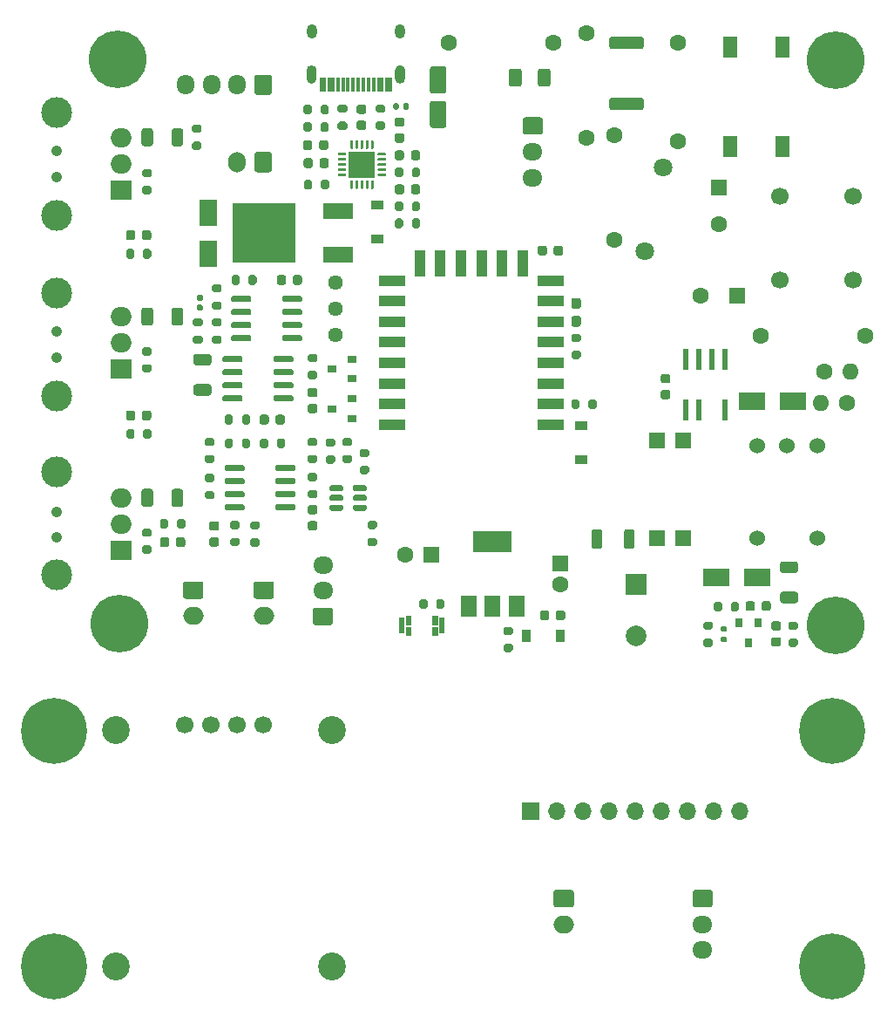
<source format=gts>
G04 #@! TF.GenerationSoftware,KiCad,Pcbnew,(5.1.9-13-g2d491f9cbd)-1*
G04 #@! TF.CreationDate,2021-06-08T14:19:33+02:00*
G04 #@! TF.ProjectId,Load,4c6f6164-2e6b-4696-9361-645f70636258,rev?*
G04 #@! TF.SameCoordinates,Original*
G04 #@! TF.FileFunction,Soldermask,Top*
G04 #@! TF.FilePolarity,Negative*
%FSLAX46Y46*%
G04 Gerber Fmt 4.6, Leading zero omitted, Abs format (unit mm)*
G04 Created by KiCad (PCBNEW (5.1.9-13-g2d491f9cbd)-1) date 2021-06-08 14:19:33*
%MOMM*%
%LPD*%
G01*
G04 APERTURE LIST*
%ADD10C,0.010000*%
%ADD11R,1.500000X1.500000*%
%ADD12C,1.524000*%
%ADD13R,0.900000X1.200000*%
%ADD14O,1.600000X1.600000*%
%ADD15C,1.600000*%
%ADD16O,2.000000X1.700000*%
%ADD17O,1.950000X1.700000*%
%ADD18R,0.900000X0.800000*%
%ADD19O,1.700000X2.000000*%
%ADD20O,1.700000X1.950000*%
%ADD21R,1.200000X0.900000*%
%ADD22R,0.600000X2.000000*%
%ADD23R,2.500000X2.500000*%
%ADD24C,1.800000*%
%ADD25C,1.440000*%
%ADD26O,2.000000X1.905000*%
%ADD27R,2.000000X1.905000*%
%ADD28R,3.000000X1.600000*%
%ADD29R,6.200000X5.800000*%
%ADD30O,1.700000X1.700000*%
%ADD31R,1.700000X1.700000*%
%ADD32C,6.400000*%
%ADD33R,2.500000X1.800000*%
%ADD34R,1.400000X2.000000*%
%ADD35R,1.800000X2.500000*%
%ADD36R,0.600000X1.650000*%
%ADD37R,1.600000X1.600000*%
%ADD38C,2.000000*%
%ADD39R,2.000000X2.000000*%
%ADD40R,1.500000X2.000000*%
%ADD41R,3.800000X2.000000*%
%ADD42R,0.800000X0.900000*%
%ADD43C,1.050000*%
%ADD44C,1.700000*%
%ADD45C,3.000000*%
%ADD46O,1.000000X1.400000*%
%ADD47R,0.300000X1.450000*%
%ADD48C,2.700000*%
%ADD49R,1.100000X2.500000*%
%ADD50R,2.500000X1.100000*%
%ADD51C,5.600000*%
G04 APERTURE END LIST*
D10*
G36*
X47568000Y-63088000D02*
G01*
X47068000Y-63088000D01*
X47068000Y-62313000D01*
X47568000Y-62313000D01*
X47568000Y-63088000D01*
G37*
X47568000Y-63088000D02*
X47068000Y-63088000D01*
X47068000Y-62313000D01*
X47568000Y-62313000D01*
X47568000Y-63088000D01*
G36*
X47568000Y-62013000D02*
G01*
X47068000Y-62013000D01*
X47068000Y-61238000D01*
X47568000Y-61238000D01*
X47568000Y-62013000D01*
G37*
X47568000Y-62013000D02*
X47068000Y-62013000D01*
X47068000Y-61238000D01*
X47568000Y-61238000D01*
X47568000Y-62013000D01*
G36*
X50168000Y-62013000D02*
G01*
X49668000Y-62013000D01*
X49668000Y-61238000D01*
X50168000Y-61238000D01*
X50168000Y-62013000D01*
G37*
X50168000Y-62013000D02*
X49668000Y-62013000D01*
X49668000Y-61238000D01*
X50168000Y-61238000D01*
X50168000Y-62013000D01*
G36*
X50168000Y-63088000D02*
G01*
X49668000Y-63088000D01*
X49668000Y-62313000D01*
X50168000Y-62313000D01*
X50168000Y-63088000D01*
G37*
X50168000Y-63088000D02*
X49668000Y-63088000D01*
X49668000Y-62313000D01*
X50168000Y-62313000D01*
X50168000Y-63088000D01*
G36*
G01*
X43540000Y-53638000D02*
X44090000Y-53638000D01*
G75*
G02*
X44290000Y-53838000I0J-200000D01*
G01*
X44290000Y-54238000D01*
G75*
G02*
X44090000Y-54438000I-200000J0D01*
G01*
X43540000Y-54438000D01*
G75*
G02*
X43340000Y-54238000I0J200000D01*
G01*
X43340000Y-53838000D01*
G75*
G02*
X43540000Y-53638000I200000J0D01*
G01*
G37*
G36*
G01*
X43540000Y-51988000D02*
X44090000Y-51988000D01*
G75*
G02*
X44290000Y-52188000I0J-200000D01*
G01*
X44290000Y-52588000D01*
G75*
G02*
X44090000Y-52788000I-200000J0D01*
G01*
X43540000Y-52788000D01*
G75*
G02*
X43340000Y-52588000I0J200000D01*
G01*
X43340000Y-52188000D01*
G75*
G02*
X43540000Y-51988000I200000J0D01*
G01*
G37*
G36*
G01*
X46019000Y-21738000D02*
X46019000Y-21188000D01*
G75*
G02*
X46219000Y-20988000I200000J0D01*
G01*
X46619000Y-20988000D01*
G75*
G02*
X46819000Y-21188000I0J-200000D01*
G01*
X46819000Y-21738000D01*
G75*
G02*
X46619000Y-21938000I-200000J0D01*
G01*
X46219000Y-21938000D01*
G75*
G02*
X46019000Y-21738000I0J200000D01*
G01*
G37*
G36*
G01*
X47669000Y-21738000D02*
X47669000Y-21188000D01*
G75*
G02*
X47869000Y-20988000I200000J0D01*
G01*
X48269000Y-20988000D01*
G75*
G02*
X48469000Y-21188000I0J-200000D01*
G01*
X48469000Y-21738000D01*
G75*
G02*
X48269000Y-21938000I-200000J0D01*
G01*
X47869000Y-21938000D01*
G75*
G02*
X47669000Y-21738000I0J200000D01*
G01*
G37*
G36*
G01*
X47669000Y-18436000D02*
X47669000Y-17886000D01*
G75*
G02*
X47869000Y-17686000I200000J0D01*
G01*
X48269000Y-17686000D01*
G75*
G02*
X48469000Y-17886000I0J-200000D01*
G01*
X48469000Y-18436000D01*
G75*
G02*
X48269000Y-18636000I-200000J0D01*
G01*
X47869000Y-18636000D01*
G75*
G02*
X47669000Y-18436000I0J200000D01*
G01*
G37*
G36*
G01*
X46019000Y-18436000D02*
X46019000Y-17886000D01*
G75*
G02*
X46219000Y-17686000I200000J0D01*
G01*
X46619000Y-17686000D01*
G75*
G02*
X46819000Y-17886000I0J-200000D01*
G01*
X46819000Y-18436000D01*
G75*
G02*
X46619000Y-18636000I-200000J0D01*
G01*
X46219000Y-18636000D01*
G75*
G02*
X46019000Y-18436000I0J200000D01*
G01*
G37*
D11*
X71448000Y-44213000D03*
X73988000Y-44213000D03*
X73988000Y-53713000D03*
X71448000Y-53713000D03*
D12*
X81197000Y-44718000D03*
X84118000Y-44718000D03*
X87039000Y-44718000D03*
X87039000Y-53713000D03*
X81197000Y-53713000D03*
G36*
G01*
X56748000Y-63925000D02*
X57298000Y-63925000D01*
G75*
G02*
X57498000Y-64125000I0J-200000D01*
G01*
X57498000Y-64525000D01*
G75*
G02*
X57298000Y-64725000I-200000J0D01*
G01*
X56748000Y-64725000D01*
G75*
G02*
X56548000Y-64525000I0J200000D01*
G01*
X56548000Y-64125000D01*
G75*
G02*
X56748000Y-63925000I200000J0D01*
G01*
G37*
G36*
G01*
X56748000Y-62275000D02*
X57298000Y-62275000D01*
G75*
G02*
X57498000Y-62475000I0J-200000D01*
G01*
X57498000Y-62875000D01*
G75*
G02*
X57298000Y-63075000I-200000J0D01*
G01*
X56748000Y-63075000D01*
G75*
G02*
X56548000Y-62875000I0J200000D01*
G01*
X56548000Y-62475000D01*
G75*
G02*
X56748000Y-62275000I200000J0D01*
G01*
G37*
D13*
X62102000Y-63163000D03*
X58802000Y-63163000D03*
D14*
X90297000Y-37463000D03*
D15*
X87757000Y-37463000D03*
D14*
X87376000Y-40563000D03*
D15*
X89916000Y-40563000D03*
X51238000Y-5563000D03*
X61398000Y-5563000D03*
G36*
G01*
X32693000Y-52838000D02*
X32143000Y-52838000D01*
G75*
G02*
X31943000Y-52638000I0J200000D01*
G01*
X31943000Y-52238000D01*
G75*
G02*
X32143000Y-52038000I200000J0D01*
G01*
X32693000Y-52038000D01*
G75*
G02*
X32893000Y-52238000I0J-200000D01*
G01*
X32893000Y-52638000D01*
G75*
G02*
X32693000Y-52838000I-200000J0D01*
G01*
G37*
G36*
G01*
X32693000Y-54488000D02*
X32143000Y-54488000D01*
G75*
G02*
X31943000Y-54288000I0J200000D01*
G01*
X31943000Y-53888000D01*
G75*
G02*
X32143000Y-53688000I200000J0D01*
G01*
X32693000Y-53688000D01*
G75*
G02*
X32893000Y-53888000I0J-200000D01*
G01*
X32893000Y-54288000D01*
G75*
G02*
X32693000Y-54488000I-200000J0D01*
G01*
G37*
G36*
G01*
X28698000Y-52938000D02*
X28198000Y-52938000D01*
G75*
G02*
X27973000Y-52713000I0J225000D01*
G01*
X27973000Y-52263000D01*
G75*
G02*
X28198000Y-52038000I225000J0D01*
G01*
X28698000Y-52038000D01*
G75*
G02*
X28923000Y-52263000I0J-225000D01*
G01*
X28923000Y-52713000D01*
G75*
G02*
X28698000Y-52938000I-225000J0D01*
G01*
G37*
G36*
G01*
X28698000Y-54488000D02*
X28198000Y-54488000D01*
G75*
G02*
X27973000Y-54263000I0J225000D01*
G01*
X27973000Y-53813000D01*
G75*
G02*
X28198000Y-53588000I225000J0D01*
G01*
X28698000Y-53588000D01*
G75*
G02*
X28923000Y-53813000I0J-225000D01*
G01*
X28923000Y-54263000D01*
G75*
G02*
X28698000Y-54488000I-225000J0D01*
G01*
G37*
D16*
X33274000Y-61213000D03*
G36*
G01*
X32524000Y-57863000D02*
X34024000Y-57863000D01*
G75*
G02*
X34274000Y-58113000I0J-250000D01*
G01*
X34274000Y-59313000D01*
G75*
G02*
X34024000Y-59563000I-250000J0D01*
G01*
X32524000Y-59563000D01*
G75*
G02*
X32274000Y-59313000I0J250000D01*
G01*
X32274000Y-58113000D01*
G75*
G02*
X32524000Y-57863000I250000J0D01*
G01*
G37*
G36*
G01*
X39743000Y-62113000D02*
X38293000Y-62113000D01*
G75*
G02*
X38043000Y-61863000I0J250000D01*
G01*
X38043000Y-60663000D01*
G75*
G02*
X38293000Y-60413000I250000J0D01*
G01*
X39743000Y-60413000D01*
G75*
G02*
X39993000Y-60663000I0J-250000D01*
G01*
X39993000Y-61863000D01*
G75*
G02*
X39743000Y-62113000I-250000J0D01*
G01*
G37*
D17*
X39018000Y-58763000D03*
X39018000Y-56263000D03*
G36*
G01*
X47669000Y-23389000D02*
X47669000Y-22839000D01*
G75*
G02*
X47869000Y-22639000I200000J0D01*
G01*
X48269000Y-22639000D01*
G75*
G02*
X48469000Y-22839000I0J-200000D01*
G01*
X48469000Y-23389000D01*
G75*
G02*
X48269000Y-23589000I-200000J0D01*
G01*
X47869000Y-23589000D01*
G75*
G02*
X47669000Y-23389000I0J200000D01*
G01*
G37*
G36*
G01*
X46019000Y-23389000D02*
X46019000Y-22839000D01*
G75*
G02*
X46219000Y-22639000I200000J0D01*
G01*
X46619000Y-22639000D01*
G75*
G02*
X46819000Y-22839000I0J-200000D01*
G01*
X46819000Y-23389000D01*
G75*
G02*
X46619000Y-23589000I-200000J0D01*
G01*
X46219000Y-23589000D01*
G75*
G02*
X46019000Y-23389000I0J200000D01*
G01*
G37*
D18*
X39868000Y-37263000D03*
X41868000Y-36313000D03*
X41868000Y-38213000D03*
D19*
X30718000Y-17163000D03*
G36*
G01*
X34068000Y-16413000D02*
X34068000Y-17913000D01*
G75*
G02*
X33818000Y-18163000I-250000J0D01*
G01*
X32618000Y-18163000D01*
G75*
G02*
X32368000Y-17913000I0J250000D01*
G01*
X32368000Y-16413000D01*
G75*
G02*
X32618000Y-16163000I250000J0D01*
G01*
X33818000Y-16163000D01*
G75*
G02*
X34068000Y-16413000I0J-250000D01*
G01*
G37*
D20*
X25718000Y-9663000D03*
X28218000Y-9663000D03*
X30718000Y-9663000D03*
G36*
G01*
X34068000Y-8938000D02*
X34068000Y-10388000D01*
G75*
G02*
X33818000Y-10638000I-250000J0D01*
G01*
X32618000Y-10638000D01*
G75*
G02*
X32368000Y-10388000I0J250000D01*
G01*
X32368000Y-8938000D01*
G75*
G02*
X32618000Y-8688000I250000J0D01*
G01*
X33818000Y-8688000D01*
G75*
G02*
X34068000Y-8938000I0J-250000D01*
G01*
G37*
D21*
X44323000Y-21337000D03*
X44323000Y-24637000D03*
X64135000Y-46013000D03*
X64135000Y-42713000D03*
D22*
X74313000Y-36313000D03*
X75583000Y-36313000D03*
X76853000Y-36313000D03*
X78123000Y-36313000D03*
X78123000Y-41213000D03*
X75583000Y-41213000D03*
X74313000Y-41213000D03*
G36*
G01*
X34218000Y-36458000D02*
X34218000Y-36158000D01*
G75*
G02*
X34368000Y-36008000I150000J0D01*
G01*
X36018000Y-36008000D01*
G75*
G02*
X36168000Y-36158000I0J-150000D01*
G01*
X36168000Y-36458000D01*
G75*
G02*
X36018000Y-36608000I-150000J0D01*
G01*
X34368000Y-36608000D01*
G75*
G02*
X34218000Y-36458000I0J150000D01*
G01*
G37*
G36*
G01*
X34218000Y-37728000D02*
X34218000Y-37428000D01*
G75*
G02*
X34368000Y-37278000I150000J0D01*
G01*
X36018000Y-37278000D01*
G75*
G02*
X36168000Y-37428000I0J-150000D01*
G01*
X36168000Y-37728000D01*
G75*
G02*
X36018000Y-37878000I-150000J0D01*
G01*
X34368000Y-37878000D01*
G75*
G02*
X34218000Y-37728000I0J150000D01*
G01*
G37*
G36*
G01*
X34218000Y-38998000D02*
X34218000Y-38698000D01*
G75*
G02*
X34368000Y-38548000I150000J0D01*
G01*
X36018000Y-38548000D01*
G75*
G02*
X36168000Y-38698000I0J-150000D01*
G01*
X36168000Y-38998000D01*
G75*
G02*
X36018000Y-39148000I-150000J0D01*
G01*
X34368000Y-39148000D01*
G75*
G02*
X34218000Y-38998000I0J150000D01*
G01*
G37*
G36*
G01*
X34218000Y-40268000D02*
X34218000Y-39968000D01*
G75*
G02*
X34368000Y-39818000I150000J0D01*
G01*
X36018000Y-39818000D01*
G75*
G02*
X36168000Y-39968000I0J-150000D01*
G01*
X36168000Y-40268000D01*
G75*
G02*
X36018000Y-40418000I-150000J0D01*
G01*
X34368000Y-40418000D01*
G75*
G02*
X34218000Y-40268000I0J150000D01*
G01*
G37*
G36*
G01*
X29268000Y-40268000D02*
X29268000Y-39968000D01*
G75*
G02*
X29418000Y-39818000I150000J0D01*
G01*
X31068000Y-39818000D01*
G75*
G02*
X31218000Y-39968000I0J-150000D01*
G01*
X31218000Y-40268000D01*
G75*
G02*
X31068000Y-40418000I-150000J0D01*
G01*
X29418000Y-40418000D01*
G75*
G02*
X29268000Y-40268000I0J150000D01*
G01*
G37*
G36*
G01*
X29268000Y-38998000D02*
X29268000Y-38698000D01*
G75*
G02*
X29418000Y-38548000I150000J0D01*
G01*
X31068000Y-38548000D01*
G75*
G02*
X31218000Y-38698000I0J-150000D01*
G01*
X31218000Y-38998000D01*
G75*
G02*
X31068000Y-39148000I-150000J0D01*
G01*
X29418000Y-39148000D01*
G75*
G02*
X29268000Y-38998000I0J150000D01*
G01*
G37*
G36*
G01*
X29268000Y-37728000D02*
X29268000Y-37428000D01*
G75*
G02*
X29418000Y-37278000I150000J0D01*
G01*
X31068000Y-37278000D01*
G75*
G02*
X31218000Y-37428000I0J-150000D01*
G01*
X31218000Y-37728000D01*
G75*
G02*
X31068000Y-37878000I-150000J0D01*
G01*
X29418000Y-37878000D01*
G75*
G02*
X29268000Y-37728000I0J150000D01*
G01*
G37*
G36*
G01*
X29268000Y-36458000D02*
X29268000Y-36158000D01*
G75*
G02*
X29418000Y-36008000I150000J0D01*
G01*
X31068000Y-36008000D01*
G75*
G02*
X31218000Y-36158000I0J-150000D01*
G01*
X31218000Y-36458000D01*
G75*
G02*
X31068000Y-36608000I-150000J0D01*
G01*
X29418000Y-36608000D01*
G75*
G02*
X29268000Y-36458000I0J150000D01*
G01*
G37*
G36*
G01*
X31418000Y-50518000D02*
X31418000Y-50818000D01*
G75*
G02*
X31268000Y-50968000I-150000J0D01*
G01*
X29618000Y-50968000D01*
G75*
G02*
X29468000Y-50818000I0J150000D01*
G01*
X29468000Y-50518000D01*
G75*
G02*
X29618000Y-50368000I150000J0D01*
G01*
X31268000Y-50368000D01*
G75*
G02*
X31418000Y-50518000I0J-150000D01*
G01*
G37*
G36*
G01*
X31418000Y-49248000D02*
X31418000Y-49548000D01*
G75*
G02*
X31268000Y-49698000I-150000J0D01*
G01*
X29618000Y-49698000D01*
G75*
G02*
X29468000Y-49548000I0J150000D01*
G01*
X29468000Y-49248000D01*
G75*
G02*
X29618000Y-49098000I150000J0D01*
G01*
X31268000Y-49098000D01*
G75*
G02*
X31418000Y-49248000I0J-150000D01*
G01*
G37*
G36*
G01*
X31418000Y-47978000D02*
X31418000Y-48278000D01*
G75*
G02*
X31268000Y-48428000I-150000J0D01*
G01*
X29618000Y-48428000D01*
G75*
G02*
X29468000Y-48278000I0J150000D01*
G01*
X29468000Y-47978000D01*
G75*
G02*
X29618000Y-47828000I150000J0D01*
G01*
X31268000Y-47828000D01*
G75*
G02*
X31418000Y-47978000I0J-150000D01*
G01*
G37*
G36*
G01*
X31418000Y-46708000D02*
X31418000Y-47008000D01*
G75*
G02*
X31268000Y-47158000I-150000J0D01*
G01*
X29618000Y-47158000D01*
G75*
G02*
X29468000Y-47008000I0J150000D01*
G01*
X29468000Y-46708000D01*
G75*
G02*
X29618000Y-46558000I150000J0D01*
G01*
X31268000Y-46558000D01*
G75*
G02*
X31418000Y-46708000I0J-150000D01*
G01*
G37*
G36*
G01*
X36368000Y-46708000D02*
X36368000Y-47008000D01*
G75*
G02*
X36218000Y-47158000I-150000J0D01*
G01*
X34568000Y-47158000D01*
G75*
G02*
X34418000Y-47008000I0J150000D01*
G01*
X34418000Y-46708000D01*
G75*
G02*
X34568000Y-46558000I150000J0D01*
G01*
X36218000Y-46558000D01*
G75*
G02*
X36368000Y-46708000I0J-150000D01*
G01*
G37*
G36*
G01*
X36368000Y-47978000D02*
X36368000Y-48278000D01*
G75*
G02*
X36218000Y-48428000I-150000J0D01*
G01*
X34568000Y-48428000D01*
G75*
G02*
X34418000Y-48278000I0J150000D01*
G01*
X34418000Y-47978000D01*
G75*
G02*
X34568000Y-47828000I150000J0D01*
G01*
X36218000Y-47828000D01*
G75*
G02*
X36368000Y-47978000I0J-150000D01*
G01*
G37*
G36*
G01*
X36368000Y-49248000D02*
X36368000Y-49548000D01*
G75*
G02*
X36218000Y-49698000I-150000J0D01*
G01*
X34568000Y-49698000D01*
G75*
G02*
X34418000Y-49548000I0J150000D01*
G01*
X34418000Y-49248000D01*
G75*
G02*
X34568000Y-49098000I150000J0D01*
G01*
X36218000Y-49098000D01*
G75*
G02*
X36368000Y-49248000I0J-150000D01*
G01*
G37*
G36*
G01*
X36368000Y-50518000D02*
X36368000Y-50818000D01*
G75*
G02*
X36218000Y-50968000I-150000J0D01*
G01*
X34568000Y-50968000D01*
G75*
G02*
X34418000Y-50818000I0J150000D01*
G01*
X34418000Y-50518000D01*
G75*
G02*
X34568000Y-50368000I150000J0D01*
G01*
X36218000Y-50368000D01*
G75*
G02*
X36368000Y-50518000I0J-150000D01*
G01*
G37*
G36*
G01*
X41943000Y-48963000D02*
X41943000Y-48663000D01*
G75*
G02*
X42093000Y-48513000I150000J0D01*
G01*
X43118000Y-48513000D01*
G75*
G02*
X43268000Y-48663000I0J-150000D01*
G01*
X43268000Y-48963000D01*
G75*
G02*
X43118000Y-49113000I-150000J0D01*
G01*
X42093000Y-49113000D01*
G75*
G02*
X41943000Y-48963000I0J150000D01*
G01*
G37*
G36*
G01*
X41943000Y-49913000D02*
X41943000Y-49613000D01*
G75*
G02*
X42093000Y-49463000I150000J0D01*
G01*
X43118000Y-49463000D01*
G75*
G02*
X43268000Y-49613000I0J-150000D01*
G01*
X43268000Y-49913000D01*
G75*
G02*
X43118000Y-50063000I-150000J0D01*
G01*
X42093000Y-50063000D01*
G75*
G02*
X41943000Y-49913000I0J150000D01*
G01*
G37*
G36*
G01*
X41943000Y-50863000D02*
X41943000Y-50563000D01*
G75*
G02*
X42093000Y-50413000I150000J0D01*
G01*
X43118000Y-50413000D01*
G75*
G02*
X43268000Y-50563000I0J-150000D01*
G01*
X43268000Y-50863000D01*
G75*
G02*
X43118000Y-51013000I-150000J0D01*
G01*
X42093000Y-51013000D01*
G75*
G02*
X41943000Y-50863000I0J150000D01*
G01*
G37*
G36*
G01*
X39668000Y-50863000D02*
X39668000Y-50563000D01*
G75*
G02*
X39818000Y-50413000I150000J0D01*
G01*
X40843000Y-50413000D01*
G75*
G02*
X40993000Y-50563000I0J-150000D01*
G01*
X40993000Y-50863000D01*
G75*
G02*
X40843000Y-51013000I-150000J0D01*
G01*
X39818000Y-51013000D01*
G75*
G02*
X39668000Y-50863000I0J150000D01*
G01*
G37*
G36*
G01*
X39668000Y-49913000D02*
X39668000Y-49613000D01*
G75*
G02*
X39818000Y-49463000I150000J0D01*
G01*
X40843000Y-49463000D01*
G75*
G02*
X40993000Y-49613000I0J-150000D01*
G01*
X40993000Y-49913000D01*
G75*
G02*
X40843000Y-50063000I-150000J0D01*
G01*
X39818000Y-50063000D01*
G75*
G02*
X39668000Y-49913000I0J150000D01*
G01*
G37*
G36*
G01*
X39668000Y-48963000D02*
X39668000Y-48663000D01*
G75*
G02*
X39818000Y-48513000I150000J0D01*
G01*
X40843000Y-48513000D01*
G75*
G02*
X40993000Y-48663000I0J-150000D01*
G01*
X40993000Y-48963000D01*
G75*
G02*
X40843000Y-49113000I-150000J0D01*
G01*
X39818000Y-49113000D01*
G75*
G02*
X39668000Y-48963000I0J150000D01*
G01*
G37*
D23*
X42818000Y-17413000D03*
G36*
G01*
X43943000Y-19000500D02*
X43943000Y-19700500D01*
G75*
G02*
X43880500Y-19763000I-62500J0D01*
G01*
X43755500Y-19763000D01*
G75*
G02*
X43693000Y-19700500I0J62500D01*
G01*
X43693000Y-19000500D01*
G75*
G02*
X43755500Y-18938000I62500J0D01*
G01*
X43880500Y-18938000D01*
G75*
G02*
X43943000Y-19000500I0J-62500D01*
G01*
G37*
G36*
G01*
X43443000Y-19000500D02*
X43443000Y-19700500D01*
G75*
G02*
X43380500Y-19763000I-62500J0D01*
G01*
X43255500Y-19763000D01*
G75*
G02*
X43193000Y-19700500I0J62500D01*
G01*
X43193000Y-19000500D01*
G75*
G02*
X43255500Y-18938000I62500J0D01*
G01*
X43380500Y-18938000D01*
G75*
G02*
X43443000Y-19000500I0J-62500D01*
G01*
G37*
G36*
G01*
X42943000Y-19000500D02*
X42943000Y-19700500D01*
G75*
G02*
X42880500Y-19763000I-62500J0D01*
G01*
X42755500Y-19763000D01*
G75*
G02*
X42693000Y-19700500I0J62500D01*
G01*
X42693000Y-19000500D01*
G75*
G02*
X42755500Y-18938000I62500J0D01*
G01*
X42880500Y-18938000D01*
G75*
G02*
X42943000Y-19000500I0J-62500D01*
G01*
G37*
G36*
G01*
X42443000Y-19000500D02*
X42443000Y-19700500D01*
G75*
G02*
X42380500Y-19763000I-62500J0D01*
G01*
X42255500Y-19763000D01*
G75*
G02*
X42193000Y-19700500I0J62500D01*
G01*
X42193000Y-19000500D01*
G75*
G02*
X42255500Y-18938000I62500J0D01*
G01*
X42380500Y-18938000D01*
G75*
G02*
X42443000Y-19000500I0J-62500D01*
G01*
G37*
G36*
G01*
X41943000Y-19000500D02*
X41943000Y-19700500D01*
G75*
G02*
X41880500Y-19763000I-62500J0D01*
G01*
X41755500Y-19763000D01*
G75*
G02*
X41693000Y-19700500I0J62500D01*
G01*
X41693000Y-19000500D01*
G75*
G02*
X41755500Y-18938000I62500J0D01*
G01*
X41880500Y-18938000D01*
G75*
G02*
X41943000Y-19000500I0J-62500D01*
G01*
G37*
G36*
G01*
X41293000Y-18350500D02*
X41293000Y-18475500D01*
G75*
G02*
X41230500Y-18538000I-62500J0D01*
G01*
X40530500Y-18538000D01*
G75*
G02*
X40468000Y-18475500I0J62500D01*
G01*
X40468000Y-18350500D01*
G75*
G02*
X40530500Y-18288000I62500J0D01*
G01*
X41230500Y-18288000D01*
G75*
G02*
X41293000Y-18350500I0J-62500D01*
G01*
G37*
G36*
G01*
X41293000Y-17850500D02*
X41293000Y-17975500D01*
G75*
G02*
X41230500Y-18038000I-62500J0D01*
G01*
X40530500Y-18038000D01*
G75*
G02*
X40468000Y-17975500I0J62500D01*
G01*
X40468000Y-17850500D01*
G75*
G02*
X40530500Y-17788000I62500J0D01*
G01*
X41230500Y-17788000D01*
G75*
G02*
X41293000Y-17850500I0J-62500D01*
G01*
G37*
G36*
G01*
X41293000Y-17350500D02*
X41293000Y-17475500D01*
G75*
G02*
X41230500Y-17538000I-62500J0D01*
G01*
X40530500Y-17538000D01*
G75*
G02*
X40468000Y-17475500I0J62500D01*
G01*
X40468000Y-17350500D01*
G75*
G02*
X40530500Y-17288000I62500J0D01*
G01*
X41230500Y-17288000D01*
G75*
G02*
X41293000Y-17350500I0J-62500D01*
G01*
G37*
G36*
G01*
X41293000Y-16850500D02*
X41293000Y-16975500D01*
G75*
G02*
X41230500Y-17038000I-62500J0D01*
G01*
X40530500Y-17038000D01*
G75*
G02*
X40468000Y-16975500I0J62500D01*
G01*
X40468000Y-16850500D01*
G75*
G02*
X40530500Y-16788000I62500J0D01*
G01*
X41230500Y-16788000D01*
G75*
G02*
X41293000Y-16850500I0J-62500D01*
G01*
G37*
G36*
G01*
X41293000Y-16350500D02*
X41293000Y-16475500D01*
G75*
G02*
X41230500Y-16538000I-62500J0D01*
G01*
X40530500Y-16538000D01*
G75*
G02*
X40468000Y-16475500I0J62500D01*
G01*
X40468000Y-16350500D01*
G75*
G02*
X40530500Y-16288000I62500J0D01*
G01*
X41230500Y-16288000D01*
G75*
G02*
X41293000Y-16350500I0J-62500D01*
G01*
G37*
G36*
G01*
X41943000Y-15125500D02*
X41943000Y-15825500D01*
G75*
G02*
X41880500Y-15888000I-62500J0D01*
G01*
X41755500Y-15888000D01*
G75*
G02*
X41693000Y-15825500I0J62500D01*
G01*
X41693000Y-15125500D01*
G75*
G02*
X41755500Y-15063000I62500J0D01*
G01*
X41880500Y-15063000D01*
G75*
G02*
X41943000Y-15125500I0J-62500D01*
G01*
G37*
G36*
G01*
X42443000Y-15125500D02*
X42443000Y-15825500D01*
G75*
G02*
X42380500Y-15888000I-62500J0D01*
G01*
X42255500Y-15888000D01*
G75*
G02*
X42193000Y-15825500I0J62500D01*
G01*
X42193000Y-15125500D01*
G75*
G02*
X42255500Y-15063000I62500J0D01*
G01*
X42380500Y-15063000D01*
G75*
G02*
X42443000Y-15125500I0J-62500D01*
G01*
G37*
G36*
G01*
X42943000Y-15125500D02*
X42943000Y-15825500D01*
G75*
G02*
X42880500Y-15888000I-62500J0D01*
G01*
X42755500Y-15888000D01*
G75*
G02*
X42693000Y-15825500I0J62500D01*
G01*
X42693000Y-15125500D01*
G75*
G02*
X42755500Y-15063000I62500J0D01*
G01*
X42880500Y-15063000D01*
G75*
G02*
X42943000Y-15125500I0J-62500D01*
G01*
G37*
G36*
G01*
X43443000Y-15125500D02*
X43443000Y-15825500D01*
G75*
G02*
X43380500Y-15888000I-62500J0D01*
G01*
X43255500Y-15888000D01*
G75*
G02*
X43193000Y-15825500I0J62500D01*
G01*
X43193000Y-15125500D01*
G75*
G02*
X43255500Y-15063000I62500J0D01*
G01*
X43380500Y-15063000D01*
G75*
G02*
X43443000Y-15125500I0J-62500D01*
G01*
G37*
G36*
G01*
X43943000Y-15125500D02*
X43943000Y-15825500D01*
G75*
G02*
X43880500Y-15888000I-62500J0D01*
G01*
X43755500Y-15888000D01*
G75*
G02*
X43693000Y-15825500I0J62500D01*
G01*
X43693000Y-15125500D01*
G75*
G02*
X43755500Y-15063000I62500J0D01*
G01*
X43880500Y-15063000D01*
G75*
G02*
X43943000Y-15125500I0J-62500D01*
G01*
G37*
G36*
G01*
X45168000Y-16350500D02*
X45168000Y-16475500D01*
G75*
G02*
X45105500Y-16538000I-62500J0D01*
G01*
X44405500Y-16538000D01*
G75*
G02*
X44343000Y-16475500I0J62500D01*
G01*
X44343000Y-16350500D01*
G75*
G02*
X44405500Y-16288000I62500J0D01*
G01*
X45105500Y-16288000D01*
G75*
G02*
X45168000Y-16350500I0J-62500D01*
G01*
G37*
G36*
G01*
X45168000Y-16850500D02*
X45168000Y-16975500D01*
G75*
G02*
X45105500Y-17038000I-62500J0D01*
G01*
X44405500Y-17038000D01*
G75*
G02*
X44343000Y-16975500I0J62500D01*
G01*
X44343000Y-16850500D01*
G75*
G02*
X44405500Y-16788000I62500J0D01*
G01*
X45105500Y-16788000D01*
G75*
G02*
X45168000Y-16850500I0J-62500D01*
G01*
G37*
G36*
G01*
X45168000Y-17350500D02*
X45168000Y-17475500D01*
G75*
G02*
X45105500Y-17538000I-62500J0D01*
G01*
X44405500Y-17538000D01*
G75*
G02*
X44343000Y-17475500I0J62500D01*
G01*
X44343000Y-17350500D01*
G75*
G02*
X44405500Y-17288000I62500J0D01*
G01*
X45105500Y-17288000D01*
G75*
G02*
X45168000Y-17350500I0J-62500D01*
G01*
G37*
G36*
G01*
X45168000Y-17850500D02*
X45168000Y-17975500D01*
G75*
G02*
X45105500Y-18038000I-62500J0D01*
G01*
X44405500Y-18038000D01*
G75*
G02*
X44343000Y-17975500I0J62500D01*
G01*
X44343000Y-17850500D01*
G75*
G02*
X44405500Y-17788000I62500J0D01*
G01*
X45105500Y-17788000D01*
G75*
G02*
X45168000Y-17850500I0J-62500D01*
G01*
G37*
G36*
G01*
X45168000Y-18350500D02*
X45168000Y-18475500D01*
G75*
G02*
X45105500Y-18538000I-62500J0D01*
G01*
X44405500Y-18538000D01*
G75*
G02*
X44343000Y-18475500I0J62500D01*
G01*
X44343000Y-18350500D01*
G75*
G02*
X44405500Y-18288000I62500J0D01*
G01*
X45105500Y-18288000D01*
G75*
G02*
X45168000Y-18350500I0J-62500D01*
G01*
G37*
D24*
X70329000Y-25827000D03*
X72107000Y-17699000D03*
D25*
X40268000Y-28883000D03*
X40268000Y-31423000D03*
X40268000Y-33963000D03*
G36*
G01*
X78163000Y-62752000D02*
X77793000Y-62752000D01*
G75*
G02*
X77658000Y-62617000I0J135000D01*
G01*
X77658000Y-62347000D01*
G75*
G02*
X77793000Y-62212000I135000J0D01*
G01*
X78163000Y-62212000D01*
G75*
G02*
X78298000Y-62347000I0J-135000D01*
G01*
X78298000Y-62617000D01*
G75*
G02*
X78163000Y-62752000I-135000J0D01*
G01*
G37*
G36*
G01*
X78163000Y-63772000D02*
X77793000Y-63772000D01*
G75*
G02*
X77658000Y-63637000I0J135000D01*
G01*
X77658000Y-63367000D01*
G75*
G02*
X77793000Y-63232000I135000J0D01*
G01*
X78163000Y-63232000D01*
G75*
G02*
X78298000Y-63367000I0J-135000D01*
G01*
X78298000Y-63637000D01*
G75*
G02*
X78163000Y-63772000I-135000J0D01*
G01*
G37*
G36*
G01*
X76179000Y-63417000D02*
X76729000Y-63417000D01*
G75*
G02*
X76929000Y-63617000I0J-200000D01*
G01*
X76929000Y-64017000D01*
G75*
G02*
X76729000Y-64217000I-200000J0D01*
G01*
X76179000Y-64217000D01*
G75*
G02*
X75979000Y-64017000I0J200000D01*
G01*
X75979000Y-63617000D01*
G75*
G02*
X76179000Y-63417000I200000J0D01*
G01*
G37*
G36*
G01*
X76179000Y-61767000D02*
X76729000Y-61767000D01*
G75*
G02*
X76929000Y-61967000I0J-200000D01*
G01*
X76929000Y-62367000D01*
G75*
G02*
X76729000Y-62567000I-200000J0D01*
G01*
X76179000Y-62567000D01*
G75*
G02*
X75979000Y-62367000I0J200000D01*
G01*
X75979000Y-61967000D01*
G75*
G02*
X76179000Y-61767000I200000J0D01*
G01*
G37*
G36*
G01*
X84943003Y-57063000D02*
X83692997Y-57063000D01*
G75*
G02*
X83443000Y-56813003I0J249997D01*
G01*
X83443000Y-56187997D01*
G75*
G02*
X83692997Y-55938000I249997J0D01*
G01*
X84943003Y-55938000D01*
G75*
G02*
X85193000Y-56187997I0J-249997D01*
G01*
X85193000Y-56813003D01*
G75*
G02*
X84943003Y-57063000I-249997J0D01*
G01*
G37*
G36*
G01*
X84943003Y-59988000D02*
X83692997Y-59988000D01*
G75*
G02*
X83443000Y-59738003I0J249997D01*
G01*
X83443000Y-59112997D01*
G75*
G02*
X83692997Y-58863000I249997J0D01*
G01*
X84943003Y-58863000D01*
G75*
G02*
X85193000Y-59112997I0J-249997D01*
G01*
X85193000Y-59738003D01*
G75*
G02*
X84943003Y-59988000I-249997J0D01*
G01*
G37*
G36*
G01*
X67092999Y-10913000D02*
X69943001Y-10913000D01*
G75*
G02*
X70193000Y-11162999I0J-249999D01*
G01*
X70193000Y-11888001D01*
G75*
G02*
X69943001Y-12138000I-249999J0D01*
G01*
X67092999Y-12138000D01*
G75*
G02*
X66843000Y-11888001I0J249999D01*
G01*
X66843000Y-11162999D01*
G75*
G02*
X67092999Y-10913000I249999J0D01*
G01*
G37*
G36*
G01*
X67092999Y-4988000D02*
X69943001Y-4988000D01*
G75*
G02*
X70193000Y-5237999I0J-249999D01*
G01*
X70193000Y-5963001D01*
G75*
G02*
X69943001Y-6213000I-249999J0D01*
G01*
X67092999Y-6213000D01*
G75*
G02*
X66843000Y-5963001I0J249999D01*
G01*
X66843000Y-5237999D01*
G75*
G02*
X67092999Y-4988000I249999J0D01*
G01*
G37*
G36*
G01*
X22518000Y-14137997D02*
X22518000Y-15388003D01*
G75*
G02*
X22268003Y-15638000I-249997J0D01*
G01*
X21642997Y-15638000D01*
G75*
G02*
X21393000Y-15388003I0J249997D01*
G01*
X21393000Y-14137997D01*
G75*
G02*
X21642997Y-13888000I249997J0D01*
G01*
X22268003Y-13888000D01*
G75*
G02*
X22518000Y-14137997I0J-249997D01*
G01*
G37*
G36*
G01*
X25443000Y-14137997D02*
X25443000Y-15388003D01*
G75*
G02*
X25193003Y-15638000I-249997J0D01*
G01*
X24567997Y-15638000D01*
G75*
G02*
X24318000Y-15388003I0J249997D01*
G01*
X24318000Y-14137997D01*
G75*
G02*
X24567997Y-13888000I249997J0D01*
G01*
X25193003Y-13888000D01*
G75*
G02*
X25443000Y-14137997I0J-249997D01*
G01*
G37*
G36*
G01*
X22518000Y-31537997D02*
X22518000Y-32788003D01*
G75*
G02*
X22268003Y-33038000I-249997J0D01*
G01*
X21642997Y-33038000D01*
G75*
G02*
X21393000Y-32788003I0J249997D01*
G01*
X21393000Y-31537997D01*
G75*
G02*
X21642997Y-31288000I249997J0D01*
G01*
X22268003Y-31288000D01*
G75*
G02*
X22518000Y-31537997I0J-249997D01*
G01*
G37*
G36*
G01*
X25443000Y-31537997D02*
X25443000Y-32788003D01*
G75*
G02*
X25193003Y-33038000I-249997J0D01*
G01*
X24567997Y-33038000D01*
G75*
G02*
X24318000Y-32788003I0J249997D01*
G01*
X24318000Y-31537997D01*
G75*
G02*
X24567997Y-31288000I249997J0D01*
G01*
X25193003Y-31288000D01*
G75*
G02*
X25443000Y-31537997I0J-249997D01*
G01*
G37*
G36*
G01*
X26692997Y-38713000D02*
X27943003Y-38713000D01*
G75*
G02*
X28193000Y-38962997I0J-249997D01*
G01*
X28193000Y-39588003D01*
G75*
G02*
X27943003Y-39838000I-249997J0D01*
G01*
X26692997Y-39838000D01*
G75*
G02*
X26443000Y-39588003I0J249997D01*
G01*
X26443000Y-38962997D01*
G75*
G02*
X26692997Y-38713000I249997J0D01*
G01*
G37*
G36*
G01*
X26692997Y-35788000D02*
X27943003Y-35788000D01*
G75*
G02*
X28193000Y-36037997I0J-249997D01*
G01*
X28193000Y-36663003D01*
G75*
G02*
X27943003Y-36913000I-249997J0D01*
G01*
X26692997Y-36913000D01*
G75*
G02*
X26443000Y-36663003I0J249997D01*
G01*
X26443000Y-36037997D01*
G75*
G02*
X26692997Y-35788000I249997J0D01*
G01*
G37*
G36*
G01*
X22518000Y-49137997D02*
X22518000Y-50388003D01*
G75*
G02*
X22268003Y-50638000I-249997J0D01*
G01*
X21642997Y-50638000D01*
G75*
G02*
X21393000Y-50388003I0J249997D01*
G01*
X21393000Y-49137997D01*
G75*
G02*
X21642997Y-48888000I249997J0D01*
G01*
X22268003Y-48888000D01*
G75*
G02*
X22518000Y-49137997I0J-249997D01*
G01*
G37*
G36*
G01*
X25443000Y-49137997D02*
X25443000Y-50388003D01*
G75*
G02*
X25193003Y-50638000I-249997J0D01*
G01*
X24567997Y-50638000D01*
G75*
G02*
X24318000Y-50388003I0J249997D01*
G01*
X24318000Y-49137997D01*
G75*
G02*
X24567997Y-48888000I249997J0D01*
G01*
X25193003Y-48888000D01*
G75*
G02*
X25443000Y-49137997I0J-249997D01*
G01*
G37*
G36*
G01*
X30755000Y-52788000D02*
X30205000Y-52788000D01*
G75*
G02*
X30005000Y-52588000I0J200000D01*
G01*
X30005000Y-52188000D01*
G75*
G02*
X30205000Y-51988000I200000J0D01*
G01*
X30755000Y-51988000D01*
G75*
G02*
X30955000Y-52188000I0J-200000D01*
G01*
X30955000Y-52588000D01*
G75*
G02*
X30755000Y-52788000I-200000J0D01*
G01*
G37*
G36*
G01*
X30755000Y-54438000D02*
X30205000Y-54438000D01*
G75*
G02*
X30005000Y-54238000I0J200000D01*
G01*
X30005000Y-53838000D01*
G75*
G02*
X30205000Y-53638000I200000J0D01*
G01*
X30755000Y-53638000D01*
G75*
G02*
X30955000Y-53838000I0J-200000D01*
G01*
X30955000Y-54238000D01*
G75*
G02*
X30755000Y-54438000I-200000J0D01*
G01*
G37*
G36*
G01*
X49193000Y-59788000D02*
X49193000Y-60338000D01*
G75*
G02*
X48993000Y-60538000I-200000J0D01*
G01*
X48593000Y-60538000D01*
G75*
G02*
X48393000Y-60338000I0J200000D01*
G01*
X48393000Y-59788000D01*
G75*
G02*
X48593000Y-59588000I200000J0D01*
G01*
X48993000Y-59588000D01*
G75*
G02*
X49193000Y-59788000I0J-200000D01*
G01*
G37*
G36*
G01*
X50843000Y-59788000D02*
X50843000Y-60338000D01*
G75*
G02*
X50643000Y-60538000I-200000J0D01*
G01*
X50243000Y-60538000D01*
G75*
G02*
X50043000Y-60338000I0J200000D01*
G01*
X50043000Y-59788000D01*
G75*
G02*
X50243000Y-59588000I200000J0D01*
G01*
X50643000Y-59588000D01*
G75*
G02*
X50843000Y-59788000I0J-200000D01*
G01*
G37*
G36*
G01*
X44893000Y-12388000D02*
X44343000Y-12388000D01*
G75*
G02*
X44143000Y-12188000I0J200000D01*
G01*
X44143000Y-11788000D01*
G75*
G02*
X44343000Y-11588000I200000J0D01*
G01*
X44893000Y-11588000D01*
G75*
G02*
X45093000Y-11788000I0J-200000D01*
G01*
X45093000Y-12188000D01*
G75*
G02*
X44893000Y-12388000I-200000J0D01*
G01*
G37*
G36*
G01*
X44893000Y-14038000D02*
X44343000Y-14038000D01*
G75*
G02*
X44143000Y-13838000I0J200000D01*
G01*
X44143000Y-13438000D01*
G75*
G02*
X44343000Y-13238000I200000J0D01*
G01*
X44893000Y-13238000D01*
G75*
G02*
X45093000Y-13438000I0J-200000D01*
G01*
X45093000Y-13838000D01*
G75*
G02*
X44893000Y-14038000I-200000J0D01*
G01*
G37*
D26*
X19418000Y-14783000D03*
X19418000Y-17323000D03*
D27*
X19418000Y-19863000D03*
D26*
X19418000Y-49783000D03*
X19418000Y-52323000D03*
D27*
X19418000Y-54863000D03*
D28*
X40518000Y-26113000D03*
X40518000Y-21963000D03*
D29*
X33318000Y-24013000D03*
D18*
X39868000Y-41113000D03*
X41868000Y-40163000D03*
X41868000Y-42063000D03*
D16*
X26416000Y-61213000D03*
G36*
G01*
X25666000Y-57863000D02*
X27166000Y-57863000D01*
G75*
G02*
X27416000Y-58113000I0J-250000D01*
G01*
X27416000Y-59313000D01*
G75*
G02*
X27166000Y-59563000I-250000J0D01*
G01*
X25666000Y-59563000D01*
G75*
G02*
X25416000Y-59313000I0J250000D01*
G01*
X25416000Y-58113000D01*
G75*
G02*
X25666000Y-57863000I250000J0D01*
G01*
G37*
D30*
X79538000Y-80163000D03*
X76998000Y-80163000D03*
X74458000Y-80163000D03*
X71918000Y-80163000D03*
X69378000Y-80163000D03*
X66838000Y-80163000D03*
X64298000Y-80163000D03*
X61758000Y-80163000D03*
D31*
X59218000Y-80163000D03*
G36*
G01*
X75193000Y-87813000D02*
X76643000Y-87813000D01*
G75*
G02*
X76893000Y-88063000I0J-250000D01*
G01*
X76893000Y-89263000D01*
G75*
G02*
X76643000Y-89513000I-250000J0D01*
G01*
X75193000Y-89513000D01*
G75*
G02*
X74943000Y-89263000I0J250000D01*
G01*
X74943000Y-88063000D01*
G75*
G02*
X75193000Y-87813000I250000J0D01*
G01*
G37*
D17*
X75918000Y-91163000D03*
X75918000Y-93663000D03*
D32*
X88518000Y-95263000D03*
X88518000Y-72363000D03*
X12918000Y-95263000D03*
X12918000Y-72363000D03*
D33*
X80677000Y-40363000D03*
X84677000Y-40363000D03*
D34*
X78578000Y-6037000D03*
X78578000Y-15689000D03*
X83658000Y-15689000D03*
X83658000Y-6037000D03*
D35*
X27868000Y-22063000D03*
X27868000Y-26063000D03*
G36*
G01*
X47594000Y-16766250D02*
X47594000Y-16253750D01*
G75*
G02*
X47812750Y-16035000I218750J0D01*
G01*
X48250250Y-16035000D01*
G75*
G02*
X48469000Y-16253750I0J-218750D01*
G01*
X48469000Y-16766250D01*
G75*
G02*
X48250250Y-16985000I-218750J0D01*
G01*
X47812750Y-16985000D01*
G75*
G02*
X47594000Y-16766250I0J218750D01*
G01*
G37*
G36*
G01*
X46019000Y-16766250D02*
X46019000Y-16253750D01*
G75*
G02*
X46237750Y-16035000I218750J0D01*
G01*
X46675250Y-16035000D01*
G75*
G02*
X46894000Y-16253750I0J-218750D01*
G01*
X46894000Y-16766250D01*
G75*
G02*
X46675250Y-16985000I-218750J0D01*
G01*
X46237750Y-16985000D01*
G75*
G02*
X46019000Y-16766250I0J218750D01*
G01*
G37*
G36*
G01*
X37968000Y-15256750D02*
X37968000Y-15769250D01*
G75*
G02*
X37749250Y-15988000I-218750J0D01*
G01*
X37311750Y-15988000D01*
G75*
G02*
X37093000Y-15769250I0J218750D01*
G01*
X37093000Y-15256750D01*
G75*
G02*
X37311750Y-15038000I218750J0D01*
G01*
X37749250Y-15038000D01*
G75*
G02*
X37968000Y-15256750I0J-218750D01*
G01*
G37*
G36*
G01*
X39543000Y-15256750D02*
X39543000Y-15769250D01*
G75*
G02*
X39324250Y-15988000I-218750J0D01*
G01*
X38886750Y-15988000D01*
G75*
G02*
X38668000Y-15769250I0J218750D01*
G01*
X38668000Y-15256750D01*
G75*
G02*
X38886750Y-15038000I218750J0D01*
G01*
X39324250Y-15038000D01*
G75*
G02*
X39543000Y-15256750I0J-218750D01*
G01*
G37*
D36*
X46668000Y-62163000D03*
X50568000Y-62163000D03*
G36*
G01*
X63864500Y-31400000D02*
X63389500Y-31400000D01*
G75*
G02*
X63152000Y-31162500I0J237500D01*
G01*
X63152000Y-30587500D01*
G75*
G02*
X63389500Y-30350000I237500J0D01*
G01*
X63864500Y-30350000D01*
G75*
G02*
X64102000Y-30587500I0J-237500D01*
G01*
X64102000Y-31162500D01*
G75*
G02*
X63864500Y-31400000I-237500J0D01*
G01*
G37*
G36*
G01*
X63864500Y-33150000D02*
X63389500Y-33150000D01*
G75*
G02*
X63152000Y-32912500I0J237500D01*
G01*
X63152000Y-32337500D01*
G75*
G02*
X63389500Y-32100000I237500J0D01*
G01*
X63864500Y-32100000D01*
G75*
G02*
X64102000Y-32337500I0J-237500D01*
G01*
X64102000Y-32912500D01*
G75*
G02*
X63864500Y-33150000I-237500J0D01*
G01*
G37*
D15*
X62103000Y-58134000D03*
D37*
X62103000Y-56134000D03*
G36*
G01*
X82808000Y-63288000D02*
X83308000Y-63288000D01*
G75*
G02*
X83533000Y-63513000I0J-225000D01*
G01*
X83533000Y-63963000D01*
G75*
G02*
X83308000Y-64188000I-225000J0D01*
G01*
X82808000Y-64188000D01*
G75*
G02*
X82583000Y-63963000I0J225000D01*
G01*
X82583000Y-63513000D01*
G75*
G02*
X82808000Y-63288000I225000J0D01*
G01*
G37*
G36*
G01*
X82808000Y-61738000D02*
X83308000Y-61738000D01*
G75*
G02*
X83533000Y-61963000I0J-225000D01*
G01*
X83533000Y-62413000D01*
G75*
G02*
X83308000Y-62638000I-225000J0D01*
G01*
X82808000Y-62638000D01*
G75*
G02*
X82583000Y-62413000I0J225000D01*
G01*
X82583000Y-61963000D01*
G75*
G02*
X82808000Y-61738000I225000J0D01*
G01*
G37*
D38*
X69469000Y-63163000D03*
D39*
X69469000Y-58163000D03*
G36*
G01*
X72568000Y-38638000D02*
X72068000Y-38638000D01*
G75*
G02*
X71843000Y-38413000I0J225000D01*
G01*
X71843000Y-37963000D01*
G75*
G02*
X72068000Y-37738000I225000J0D01*
G01*
X72568000Y-37738000D01*
G75*
G02*
X72793000Y-37963000I0J-225000D01*
G01*
X72793000Y-38413000D01*
G75*
G02*
X72568000Y-38638000I-225000J0D01*
G01*
G37*
G36*
G01*
X72568000Y-40188000D02*
X72068000Y-40188000D01*
G75*
G02*
X71843000Y-39963000I0J225000D01*
G01*
X71843000Y-39513000D01*
G75*
G02*
X72068000Y-39288000I225000J0D01*
G01*
X72568000Y-39288000D01*
G75*
G02*
X72793000Y-39513000I0J-225000D01*
G01*
X72793000Y-39963000D01*
G75*
G02*
X72568000Y-40188000I-225000J0D01*
G01*
G37*
D15*
X91698000Y-34063000D03*
X81538000Y-34063000D03*
X75748000Y-30099000D03*
D37*
X79248000Y-30099000D03*
D15*
X77518000Y-23163000D03*
D37*
X77518000Y-19663000D03*
G36*
G01*
X50768000Y-10513000D02*
X49668000Y-10513000D01*
G75*
G02*
X49418000Y-10263000I0J250000D01*
G01*
X49418000Y-8113000D01*
G75*
G02*
X49668000Y-7863000I250000J0D01*
G01*
X50768000Y-7863000D01*
G75*
G02*
X51018000Y-8113000I0J-250000D01*
G01*
X51018000Y-10263000D01*
G75*
G02*
X50768000Y-10513000I-250000J0D01*
G01*
G37*
G36*
G01*
X50768000Y-13863000D02*
X49668000Y-13863000D01*
G75*
G02*
X49418000Y-13613000I0J250000D01*
G01*
X49418000Y-11463000D01*
G75*
G02*
X49668000Y-11213000I250000J0D01*
G01*
X50768000Y-11213000D01*
G75*
G02*
X51018000Y-11463000I0J-250000D01*
G01*
X51018000Y-13613000D01*
G75*
G02*
X50768000Y-13863000I-250000J0D01*
G01*
G37*
D15*
X73518000Y-15112800D03*
X73518000Y-5613200D03*
X67318000Y-14583000D03*
X67318000Y-24743000D03*
X64618000Y-4683000D03*
X64618000Y-14843000D03*
G36*
G01*
X27238000Y-30613000D02*
X26898000Y-30613000D01*
G75*
G02*
X26758000Y-30473000I0J140000D01*
G01*
X26758000Y-30193000D01*
G75*
G02*
X26898000Y-30053000I140000J0D01*
G01*
X27238000Y-30053000D01*
G75*
G02*
X27378000Y-30193000I0J-140000D01*
G01*
X27378000Y-30473000D01*
G75*
G02*
X27238000Y-30613000I-140000J0D01*
G01*
G37*
G36*
G01*
X27238000Y-31573000D02*
X26898000Y-31573000D01*
G75*
G02*
X26758000Y-31433000I0J140000D01*
G01*
X26758000Y-31153000D01*
G75*
G02*
X26898000Y-31013000I140000J0D01*
G01*
X27238000Y-31013000D01*
G75*
G02*
X27378000Y-31153000I0J-140000D01*
G01*
X27378000Y-31433000D01*
G75*
G02*
X27238000Y-31573000I-140000J0D01*
G01*
G37*
X47030000Y-55245000D03*
D37*
X49530000Y-55245000D03*
G36*
G01*
X47569000Y-20062000D02*
X47569000Y-19562000D01*
G75*
G02*
X47794000Y-19337000I225000J0D01*
G01*
X48244000Y-19337000D01*
G75*
G02*
X48469000Y-19562000I0J-225000D01*
G01*
X48469000Y-20062000D01*
G75*
G02*
X48244000Y-20287000I-225000J0D01*
G01*
X47794000Y-20287000D01*
G75*
G02*
X47569000Y-20062000I0J225000D01*
G01*
G37*
G36*
G01*
X46019000Y-20062000D02*
X46019000Y-19562000D01*
G75*
G02*
X46244000Y-19337000I225000J0D01*
G01*
X46694000Y-19337000D01*
G75*
G02*
X46919000Y-19562000I0J-225000D01*
G01*
X46919000Y-20062000D01*
G75*
G02*
X46694000Y-20287000I-225000J0D01*
G01*
X46244000Y-20287000D01*
G75*
G02*
X46019000Y-20062000I0J225000D01*
G01*
G37*
G36*
G01*
X46218000Y-14388000D02*
X46718000Y-14388000D01*
G75*
G02*
X46943000Y-14613000I0J-225000D01*
G01*
X46943000Y-15063000D01*
G75*
G02*
X46718000Y-15288000I-225000J0D01*
G01*
X46218000Y-15288000D01*
G75*
G02*
X45993000Y-15063000I0J225000D01*
G01*
X45993000Y-14613000D01*
G75*
G02*
X46218000Y-14388000I225000J0D01*
G01*
G37*
G36*
G01*
X46218000Y-12838000D02*
X46718000Y-12838000D01*
G75*
G02*
X46943000Y-13063000I0J-225000D01*
G01*
X46943000Y-13513000D01*
G75*
G02*
X46718000Y-13738000I-225000J0D01*
G01*
X46218000Y-13738000D01*
G75*
G02*
X45993000Y-13513000I0J225000D01*
G01*
X45993000Y-13063000D01*
G75*
G02*
X46218000Y-12838000I225000J0D01*
G01*
G37*
G36*
G01*
X46818000Y-11933000D02*
X46818000Y-11593000D01*
G75*
G02*
X46958000Y-11453000I140000J0D01*
G01*
X47238000Y-11453000D01*
G75*
G02*
X47378000Y-11593000I0J-140000D01*
G01*
X47378000Y-11933000D01*
G75*
G02*
X47238000Y-12073000I-140000J0D01*
G01*
X46958000Y-12073000D01*
G75*
G02*
X46818000Y-11933000I0J140000D01*
G01*
G37*
G36*
G01*
X45858000Y-11933000D02*
X45858000Y-11593000D01*
G75*
G02*
X45998000Y-11453000I140000J0D01*
G01*
X46278000Y-11453000D01*
G75*
G02*
X46418000Y-11593000I0J-140000D01*
G01*
X46418000Y-11933000D01*
G75*
G02*
X46278000Y-12073000I-140000J0D01*
G01*
X45998000Y-12073000D01*
G75*
G02*
X45858000Y-11933000I0J140000D01*
G01*
G37*
G36*
G01*
X42518000Y-13138000D02*
X43018000Y-13138000D01*
G75*
G02*
X43243000Y-13363000I0J-225000D01*
G01*
X43243000Y-13813000D01*
G75*
G02*
X43018000Y-14038000I-225000J0D01*
G01*
X42518000Y-14038000D01*
G75*
G02*
X42293000Y-13813000I0J225000D01*
G01*
X42293000Y-13363000D01*
G75*
G02*
X42518000Y-13138000I225000J0D01*
G01*
G37*
G36*
G01*
X42518000Y-11588000D02*
X43018000Y-11588000D01*
G75*
G02*
X43243000Y-11813000I0J-225000D01*
G01*
X43243000Y-12263000D01*
G75*
G02*
X43018000Y-12488000I-225000J0D01*
G01*
X42518000Y-12488000D01*
G75*
G02*
X42293000Y-12263000I0J225000D01*
G01*
X42293000Y-11813000D01*
G75*
G02*
X42518000Y-11588000I225000J0D01*
G01*
G37*
D40*
X53218000Y-60313000D03*
X57818000Y-60313000D03*
X55518000Y-60313000D03*
D41*
X55518000Y-54013000D03*
D42*
X80391000Y-63865000D03*
X79441000Y-61865000D03*
X81341000Y-61865000D03*
G36*
G01*
X35068000Y-30608000D02*
X35068000Y-30308000D01*
G75*
G02*
X35218000Y-30158000I150000J0D01*
G01*
X36868000Y-30158000D01*
G75*
G02*
X37018000Y-30308000I0J-150000D01*
G01*
X37018000Y-30608000D01*
G75*
G02*
X36868000Y-30758000I-150000J0D01*
G01*
X35218000Y-30758000D01*
G75*
G02*
X35068000Y-30608000I0J150000D01*
G01*
G37*
G36*
G01*
X35068000Y-31878000D02*
X35068000Y-31578000D01*
G75*
G02*
X35218000Y-31428000I150000J0D01*
G01*
X36868000Y-31428000D01*
G75*
G02*
X37018000Y-31578000I0J-150000D01*
G01*
X37018000Y-31878000D01*
G75*
G02*
X36868000Y-32028000I-150000J0D01*
G01*
X35218000Y-32028000D01*
G75*
G02*
X35068000Y-31878000I0J150000D01*
G01*
G37*
G36*
G01*
X35068000Y-33148000D02*
X35068000Y-32848000D01*
G75*
G02*
X35218000Y-32698000I150000J0D01*
G01*
X36868000Y-32698000D01*
G75*
G02*
X37018000Y-32848000I0J-150000D01*
G01*
X37018000Y-33148000D01*
G75*
G02*
X36868000Y-33298000I-150000J0D01*
G01*
X35218000Y-33298000D01*
G75*
G02*
X35068000Y-33148000I0J150000D01*
G01*
G37*
G36*
G01*
X35068000Y-34418000D02*
X35068000Y-34118000D01*
G75*
G02*
X35218000Y-33968000I150000J0D01*
G01*
X36868000Y-33968000D01*
G75*
G02*
X37018000Y-34118000I0J-150000D01*
G01*
X37018000Y-34418000D01*
G75*
G02*
X36868000Y-34568000I-150000J0D01*
G01*
X35218000Y-34568000D01*
G75*
G02*
X35068000Y-34418000I0J150000D01*
G01*
G37*
G36*
G01*
X30118000Y-34418000D02*
X30118000Y-34118000D01*
G75*
G02*
X30268000Y-33968000I150000J0D01*
G01*
X31918000Y-33968000D01*
G75*
G02*
X32068000Y-34118000I0J-150000D01*
G01*
X32068000Y-34418000D01*
G75*
G02*
X31918000Y-34568000I-150000J0D01*
G01*
X30268000Y-34568000D01*
G75*
G02*
X30118000Y-34418000I0J150000D01*
G01*
G37*
G36*
G01*
X30118000Y-33148000D02*
X30118000Y-32848000D01*
G75*
G02*
X30268000Y-32698000I150000J0D01*
G01*
X31918000Y-32698000D01*
G75*
G02*
X32068000Y-32848000I0J-150000D01*
G01*
X32068000Y-33148000D01*
G75*
G02*
X31918000Y-33298000I-150000J0D01*
G01*
X30268000Y-33298000D01*
G75*
G02*
X30118000Y-33148000I0J150000D01*
G01*
G37*
G36*
G01*
X30118000Y-31878000D02*
X30118000Y-31578000D01*
G75*
G02*
X30268000Y-31428000I150000J0D01*
G01*
X31918000Y-31428000D01*
G75*
G02*
X32068000Y-31578000I0J-150000D01*
G01*
X32068000Y-31878000D01*
G75*
G02*
X31918000Y-32028000I-150000J0D01*
G01*
X30268000Y-32028000D01*
G75*
G02*
X30118000Y-31878000I0J150000D01*
G01*
G37*
G36*
G01*
X30118000Y-30608000D02*
X30118000Y-30308000D01*
G75*
G02*
X30268000Y-30158000I150000J0D01*
G01*
X31918000Y-30158000D01*
G75*
G02*
X32068000Y-30308000I0J-150000D01*
G01*
X32068000Y-30608000D01*
G75*
G02*
X31918000Y-30758000I-150000J0D01*
G01*
X30268000Y-30758000D01*
G75*
G02*
X30118000Y-30608000I0J150000D01*
G01*
G37*
D43*
X13118000Y-18613000D03*
X13118000Y-16113000D03*
X13118000Y-36113000D03*
X13118000Y-33613000D03*
X13118000Y-53613000D03*
X13118000Y-51113000D03*
G36*
G01*
X84434000Y-63417000D02*
X84984000Y-63417000D01*
G75*
G02*
X85184000Y-63617000I0J-200000D01*
G01*
X85184000Y-64017000D01*
G75*
G02*
X84984000Y-64217000I-200000J0D01*
G01*
X84434000Y-64217000D01*
G75*
G02*
X84234000Y-64017000I0J200000D01*
G01*
X84234000Y-63617000D01*
G75*
G02*
X84434000Y-63417000I200000J0D01*
G01*
G37*
G36*
G01*
X84434000Y-61767000D02*
X84984000Y-61767000D01*
G75*
G02*
X85184000Y-61967000I0J-200000D01*
G01*
X85184000Y-62367000D01*
G75*
G02*
X84984000Y-62567000I-200000J0D01*
G01*
X84434000Y-62567000D01*
G75*
G02*
X84234000Y-62367000I0J200000D01*
G01*
X84234000Y-61967000D01*
G75*
G02*
X84434000Y-61767000I200000J0D01*
G01*
G37*
G36*
G01*
X78657000Y-60600000D02*
X78657000Y-60050000D01*
G75*
G02*
X78857000Y-59850000I200000J0D01*
G01*
X79257000Y-59850000D01*
G75*
G02*
X79457000Y-60050000I0J-200000D01*
G01*
X79457000Y-60600000D01*
G75*
G02*
X79257000Y-60800000I-200000J0D01*
G01*
X78857000Y-60800000D01*
G75*
G02*
X78657000Y-60600000I0J200000D01*
G01*
G37*
G36*
G01*
X77007000Y-60600000D02*
X77007000Y-60050000D01*
G75*
G02*
X77207000Y-59850000I200000J0D01*
G01*
X77607000Y-59850000D01*
G75*
G02*
X77807000Y-60050000I0J-200000D01*
G01*
X77807000Y-60600000D01*
G75*
G02*
X77607000Y-60800000I-200000J0D01*
G01*
X77207000Y-60800000D01*
G75*
G02*
X77007000Y-60600000I0J200000D01*
G01*
G37*
G36*
G01*
X22193000Y-18638000D02*
X21643000Y-18638000D01*
G75*
G02*
X21443000Y-18438000I0J200000D01*
G01*
X21443000Y-18038000D01*
G75*
G02*
X21643000Y-17838000I200000J0D01*
G01*
X22193000Y-17838000D01*
G75*
G02*
X22393000Y-18038000I0J-200000D01*
G01*
X22393000Y-18438000D01*
G75*
G02*
X22193000Y-18638000I-200000J0D01*
G01*
G37*
G36*
G01*
X22193000Y-20288000D02*
X21643000Y-20288000D01*
G75*
G02*
X21443000Y-20088000I0J200000D01*
G01*
X21443000Y-19688000D01*
G75*
G02*
X21643000Y-19488000I200000J0D01*
G01*
X22193000Y-19488000D01*
G75*
G02*
X22393000Y-19688000I0J-200000D01*
G01*
X22393000Y-20088000D01*
G75*
G02*
X22193000Y-20288000I-200000J0D01*
G01*
G37*
G36*
G01*
X20693000Y-25788000D02*
X20693000Y-26338000D01*
G75*
G02*
X20493000Y-26538000I-200000J0D01*
G01*
X20093000Y-26538000D01*
G75*
G02*
X19893000Y-26338000I0J200000D01*
G01*
X19893000Y-25788000D01*
G75*
G02*
X20093000Y-25588000I200000J0D01*
G01*
X20493000Y-25588000D01*
G75*
G02*
X20693000Y-25788000I0J-200000D01*
G01*
G37*
G36*
G01*
X22343000Y-25788000D02*
X22343000Y-26338000D01*
G75*
G02*
X22143000Y-26538000I-200000J0D01*
G01*
X21743000Y-26538000D01*
G75*
G02*
X21543000Y-26338000I0J200000D01*
G01*
X21543000Y-25788000D01*
G75*
G02*
X21743000Y-25588000I200000J0D01*
G01*
X22143000Y-25588000D01*
G75*
G02*
X22343000Y-25788000I0J-200000D01*
G01*
G37*
G36*
G01*
X38293000Y-36588000D02*
X37743000Y-36588000D01*
G75*
G02*
X37543000Y-36388000I0J200000D01*
G01*
X37543000Y-35988000D01*
G75*
G02*
X37743000Y-35788000I200000J0D01*
G01*
X38293000Y-35788000D01*
G75*
G02*
X38493000Y-35988000I0J-200000D01*
G01*
X38493000Y-36388000D01*
G75*
G02*
X38293000Y-36588000I-200000J0D01*
G01*
G37*
G36*
G01*
X38293000Y-38238000D02*
X37743000Y-38238000D01*
G75*
G02*
X37543000Y-38038000I0J200000D01*
G01*
X37543000Y-37638000D01*
G75*
G02*
X37743000Y-37438000I200000J0D01*
G01*
X38293000Y-37438000D01*
G75*
G02*
X38493000Y-37638000I0J-200000D01*
G01*
X38493000Y-38038000D01*
G75*
G02*
X38293000Y-38238000I-200000J0D01*
G01*
G37*
G36*
G01*
X30293000Y-41888000D02*
X30293000Y-42438000D01*
G75*
G02*
X30093000Y-42638000I-200000J0D01*
G01*
X29693000Y-42638000D01*
G75*
G02*
X29493000Y-42438000I0J200000D01*
G01*
X29493000Y-41888000D01*
G75*
G02*
X29693000Y-41688000I200000J0D01*
G01*
X30093000Y-41688000D01*
G75*
G02*
X30293000Y-41888000I0J-200000D01*
G01*
G37*
G36*
G01*
X31943000Y-41888000D02*
X31943000Y-42438000D01*
G75*
G02*
X31743000Y-42638000I-200000J0D01*
G01*
X31343000Y-42638000D01*
G75*
G02*
X31143000Y-42438000I0J200000D01*
G01*
X31143000Y-41888000D01*
G75*
G02*
X31343000Y-41688000I200000J0D01*
G01*
X31743000Y-41688000D01*
G75*
G02*
X31943000Y-41888000I0J-200000D01*
G01*
G37*
G36*
G01*
X38293000Y-48138000D02*
X37743000Y-48138000D01*
G75*
G02*
X37543000Y-47938000I0J200000D01*
G01*
X37543000Y-47538000D01*
G75*
G02*
X37743000Y-47338000I200000J0D01*
G01*
X38293000Y-47338000D01*
G75*
G02*
X38493000Y-47538000I0J-200000D01*
G01*
X38493000Y-47938000D01*
G75*
G02*
X38293000Y-48138000I-200000J0D01*
G01*
G37*
G36*
G01*
X38293000Y-49788000D02*
X37743000Y-49788000D01*
G75*
G02*
X37543000Y-49588000I0J200000D01*
G01*
X37543000Y-49188000D01*
G75*
G02*
X37743000Y-48988000I200000J0D01*
G01*
X38293000Y-48988000D01*
G75*
G02*
X38493000Y-49188000I0J-200000D01*
G01*
X38493000Y-49588000D01*
G75*
G02*
X38293000Y-49788000I-200000J0D01*
G01*
G37*
G36*
G01*
X28443000Y-30688000D02*
X28993000Y-30688000D01*
G75*
G02*
X29193000Y-30888000I0J-200000D01*
G01*
X29193000Y-31288000D01*
G75*
G02*
X28993000Y-31488000I-200000J0D01*
G01*
X28443000Y-31488000D01*
G75*
G02*
X28243000Y-31288000I0J200000D01*
G01*
X28243000Y-30888000D01*
G75*
G02*
X28443000Y-30688000I200000J0D01*
G01*
G37*
G36*
G01*
X28443000Y-29038000D02*
X28993000Y-29038000D01*
G75*
G02*
X29193000Y-29238000I0J-200000D01*
G01*
X29193000Y-29638000D01*
G75*
G02*
X28993000Y-29838000I-200000J0D01*
G01*
X28443000Y-29838000D01*
G75*
G02*
X28243000Y-29638000I0J200000D01*
G01*
X28243000Y-29238000D01*
G75*
G02*
X28443000Y-29038000I200000J0D01*
G01*
G37*
G36*
G01*
X28993000Y-33138000D02*
X28443000Y-33138000D01*
G75*
G02*
X28243000Y-32938000I0J200000D01*
G01*
X28243000Y-32538000D01*
G75*
G02*
X28443000Y-32338000I200000J0D01*
G01*
X28993000Y-32338000D01*
G75*
G02*
X29193000Y-32538000I0J-200000D01*
G01*
X29193000Y-32938000D01*
G75*
G02*
X28993000Y-33138000I-200000J0D01*
G01*
G37*
G36*
G01*
X28993000Y-34788000D02*
X28443000Y-34788000D01*
G75*
G02*
X28243000Y-34588000I0J200000D01*
G01*
X28243000Y-34188000D01*
G75*
G02*
X28443000Y-33988000I200000J0D01*
G01*
X28993000Y-33988000D01*
G75*
G02*
X29193000Y-34188000I0J-200000D01*
G01*
X29193000Y-34588000D01*
G75*
G02*
X28993000Y-34788000I-200000J0D01*
G01*
G37*
G36*
G01*
X38793000Y-14038000D02*
X38793000Y-13488000D01*
G75*
G02*
X38993000Y-13288000I200000J0D01*
G01*
X39393000Y-13288000D01*
G75*
G02*
X39593000Y-13488000I0J-200000D01*
G01*
X39593000Y-14038000D01*
G75*
G02*
X39393000Y-14238000I-200000J0D01*
G01*
X38993000Y-14238000D01*
G75*
G02*
X38793000Y-14038000I0J200000D01*
G01*
G37*
G36*
G01*
X37143000Y-14038000D02*
X37143000Y-13488000D01*
G75*
G02*
X37343000Y-13288000I200000J0D01*
G01*
X37743000Y-13288000D01*
G75*
G02*
X37943000Y-13488000I0J-200000D01*
G01*
X37943000Y-14038000D01*
G75*
G02*
X37743000Y-14238000I-200000J0D01*
G01*
X37343000Y-14238000D01*
G75*
G02*
X37143000Y-14038000I0J200000D01*
G01*
G37*
G36*
G01*
X26593000Y-33988000D02*
X27143000Y-33988000D01*
G75*
G02*
X27343000Y-34188000I0J-200000D01*
G01*
X27343000Y-34588000D01*
G75*
G02*
X27143000Y-34788000I-200000J0D01*
G01*
X26593000Y-34788000D01*
G75*
G02*
X26393000Y-34588000I0J200000D01*
G01*
X26393000Y-34188000D01*
G75*
G02*
X26593000Y-33988000I200000J0D01*
G01*
G37*
G36*
G01*
X26593000Y-32338000D02*
X27143000Y-32338000D01*
G75*
G02*
X27343000Y-32538000I0J-200000D01*
G01*
X27343000Y-32938000D01*
G75*
G02*
X27143000Y-33138000I-200000J0D01*
G01*
X26593000Y-33138000D01*
G75*
G02*
X26393000Y-32938000I0J200000D01*
G01*
X26393000Y-32538000D01*
G75*
G02*
X26593000Y-32338000I200000J0D01*
G01*
G37*
G36*
G01*
X43328000Y-45803000D02*
X42778000Y-45803000D01*
G75*
G02*
X42578000Y-45603000I0J200000D01*
G01*
X42578000Y-45203000D01*
G75*
G02*
X42778000Y-45003000I200000J0D01*
G01*
X43328000Y-45003000D01*
G75*
G02*
X43528000Y-45203000I0J-200000D01*
G01*
X43528000Y-45603000D01*
G75*
G02*
X43328000Y-45803000I-200000J0D01*
G01*
G37*
G36*
G01*
X43328000Y-47453000D02*
X42778000Y-47453000D01*
G75*
G02*
X42578000Y-47253000I0J200000D01*
G01*
X42578000Y-46853000D01*
G75*
G02*
X42778000Y-46653000I200000J0D01*
G01*
X43328000Y-46653000D01*
G75*
G02*
X43528000Y-46853000I0J-200000D01*
G01*
X43528000Y-47253000D01*
G75*
G02*
X43328000Y-47453000I-200000J0D01*
G01*
G37*
G36*
G01*
X40026000Y-44787000D02*
X39476000Y-44787000D01*
G75*
G02*
X39276000Y-44587000I0J200000D01*
G01*
X39276000Y-44187000D01*
G75*
G02*
X39476000Y-43987000I200000J0D01*
G01*
X40026000Y-43987000D01*
G75*
G02*
X40226000Y-44187000I0J-200000D01*
G01*
X40226000Y-44587000D01*
G75*
G02*
X40026000Y-44787000I-200000J0D01*
G01*
G37*
G36*
G01*
X40026000Y-46437000D02*
X39476000Y-46437000D01*
G75*
G02*
X39276000Y-46237000I0J200000D01*
G01*
X39276000Y-45837000D01*
G75*
G02*
X39476000Y-45637000I200000J0D01*
G01*
X40026000Y-45637000D01*
G75*
G02*
X40226000Y-45837000I0J-200000D01*
G01*
X40226000Y-46237000D01*
G75*
G02*
X40026000Y-46437000I-200000J0D01*
G01*
G37*
G36*
G01*
X41677000Y-44738000D02*
X41127000Y-44738000D01*
G75*
G02*
X40927000Y-44538000I0J200000D01*
G01*
X40927000Y-44138000D01*
G75*
G02*
X41127000Y-43938000I200000J0D01*
G01*
X41677000Y-43938000D01*
G75*
G02*
X41877000Y-44138000I0J-200000D01*
G01*
X41877000Y-44538000D01*
G75*
G02*
X41677000Y-44738000I-200000J0D01*
G01*
G37*
G36*
G01*
X41677000Y-46388000D02*
X41127000Y-46388000D01*
G75*
G02*
X40927000Y-46188000I0J200000D01*
G01*
X40927000Y-45788000D01*
G75*
G02*
X41127000Y-45588000I200000J0D01*
G01*
X41677000Y-45588000D01*
G75*
G02*
X41877000Y-45788000I0J-200000D01*
G01*
X41877000Y-46188000D01*
G75*
G02*
X41677000Y-46388000I-200000J0D01*
G01*
G37*
D26*
X19418000Y-32183000D03*
X19418000Y-34723000D03*
D27*
X19418000Y-37263000D03*
G36*
G01*
X66168000Y-53062999D02*
X66168000Y-54463001D01*
G75*
G02*
X65918001Y-54713000I-249999J0D01*
G01*
X65367999Y-54713000D01*
G75*
G02*
X65118000Y-54463001I0J249999D01*
G01*
X65118000Y-53062999D01*
G75*
G02*
X65367999Y-52813000I249999J0D01*
G01*
X65918001Y-52813000D01*
G75*
G02*
X66168000Y-53062999I0J-249999D01*
G01*
G37*
G36*
G01*
X69318000Y-53062999D02*
X69318000Y-54463001D01*
G75*
G02*
X69068001Y-54713000I-249999J0D01*
G01*
X68517999Y-54713000D01*
G75*
G02*
X68268000Y-54463001I0J249999D01*
G01*
X68268000Y-53062999D01*
G75*
G02*
X68517999Y-52813000I249999J0D01*
G01*
X69068001Y-52813000D01*
G75*
G02*
X69318000Y-53062999I0J-249999D01*
G01*
G37*
D44*
X90574000Y-28627000D03*
X90574000Y-20499000D03*
X83462000Y-20499000D03*
X83462000Y-28627000D03*
G36*
G01*
X58693000Y-12813000D02*
X60143000Y-12813000D01*
G75*
G02*
X60393000Y-13063000I0J-250000D01*
G01*
X60393000Y-14263000D01*
G75*
G02*
X60143000Y-14513000I-250000J0D01*
G01*
X58693000Y-14513000D01*
G75*
G02*
X58443000Y-14263000I0J250000D01*
G01*
X58443000Y-13063000D01*
G75*
G02*
X58693000Y-12813000I250000J0D01*
G01*
G37*
D17*
X59418000Y-16163000D03*
X59418000Y-18663000D03*
D16*
X62418000Y-91163000D03*
G36*
G01*
X61668000Y-87813000D02*
X63168000Y-87813000D01*
G75*
G02*
X63418000Y-88063000I0J-250000D01*
G01*
X63418000Y-89263000D01*
G75*
G02*
X63168000Y-89513000I-250000J0D01*
G01*
X61668000Y-89513000D01*
G75*
G02*
X61418000Y-89263000I0J250000D01*
G01*
X61418000Y-88063000D01*
G75*
G02*
X61668000Y-87813000I250000J0D01*
G01*
G37*
D45*
X13118000Y-12359200D03*
X13118000Y-22366800D03*
G36*
G01*
X58343000Y-8338000D02*
X58343000Y-9588000D01*
G75*
G02*
X58093000Y-9838000I-250000J0D01*
G01*
X57343000Y-9838000D01*
G75*
G02*
X57093000Y-9588000I0J250000D01*
G01*
X57093000Y-8338000D01*
G75*
G02*
X57343000Y-8088000I250000J0D01*
G01*
X58093000Y-8088000D01*
G75*
G02*
X58343000Y-8338000I0J-250000D01*
G01*
G37*
G36*
G01*
X61143000Y-8338000D02*
X61143000Y-9588000D01*
G75*
G02*
X60893000Y-9838000I-250000J0D01*
G01*
X60143000Y-9838000D01*
G75*
G02*
X59893000Y-9588000I0J250000D01*
G01*
X59893000Y-8338000D01*
G75*
G02*
X60143000Y-8088000I250000J0D01*
G01*
X60893000Y-8088000D01*
G75*
G02*
X61143000Y-8338000I0J-250000D01*
G01*
G37*
D33*
X81218000Y-57463000D03*
X77218000Y-57463000D03*
G36*
G01*
X61666000Y-61413000D02*
X61666000Y-60913000D01*
G75*
G02*
X61891000Y-60688000I225000J0D01*
G01*
X62341000Y-60688000D01*
G75*
G02*
X62566000Y-60913000I0J-225000D01*
G01*
X62566000Y-61413000D01*
G75*
G02*
X62341000Y-61638000I-225000J0D01*
G01*
X61891000Y-61638000D01*
G75*
G02*
X61666000Y-61413000I0J225000D01*
G01*
G37*
G36*
G01*
X60116000Y-61413000D02*
X60116000Y-60913000D01*
G75*
G02*
X60341000Y-60688000I225000J0D01*
G01*
X60791000Y-60688000D01*
G75*
G02*
X61016000Y-60913000I0J-225000D01*
G01*
X61016000Y-61413000D01*
G75*
G02*
X60791000Y-61638000I-225000J0D01*
G01*
X60341000Y-61638000D01*
G75*
G02*
X60116000Y-61413000I0J225000D01*
G01*
G37*
G36*
G01*
X81643000Y-60513000D02*
X81643000Y-60013000D01*
G75*
G02*
X81868000Y-59788000I225000J0D01*
G01*
X82318000Y-59788000D01*
G75*
G02*
X82543000Y-60013000I0J-225000D01*
G01*
X82543000Y-60513000D01*
G75*
G02*
X82318000Y-60738000I-225000J0D01*
G01*
X81868000Y-60738000D01*
G75*
G02*
X81643000Y-60513000I0J225000D01*
G01*
G37*
G36*
G01*
X80093000Y-60513000D02*
X80093000Y-60013000D01*
G75*
G02*
X80318000Y-59788000I225000J0D01*
G01*
X80768000Y-59788000D01*
G75*
G02*
X80993000Y-60013000I0J-225000D01*
G01*
X80993000Y-60513000D01*
G75*
G02*
X80768000Y-60738000I-225000J0D01*
G01*
X80318000Y-60738000D01*
G75*
G02*
X80093000Y-60513000I0J225000D01*
G01*
G37*
G36*
G01*
X36093000Y-28863000D02*
X36093000Y-28363000D01*
G75*
G02*
X36318000Y-28138000I225000J0D01*
G01*
X36768000Y-28138000D01*
G75*
G02*
X36993000Y-28363000I0J-225000D01*
G01*
X36993000Y-28863000D01*
G75*
G02*
X36768000Y-29088000I-225000J0D01*
G01*
X36318000Y-29088000D01*
G75*
G02*
X36093000Y-28863000I0J225000D01*
G01*
G37*
G36*
G01*
X34543000Y-28863000D02*
X34543000Y-28363000D01*
G75*
G02*
X34768000Y-28138000I225000J0D01*
G01*
X35218000Y-28138000D01*
G75*
G02*
X35443000Y-28363000I0J-225000D01*
G01*
X35443000Y-28863000D01*
G75*
G02*
X35218000Y-29088000I-225000J0D01*
G01*
X34768000Y-29088000D01*
G75*
G02*
X34543000Y-28863000I0J225000D01*
G01*
G37*
G36*
G01*
X37768000Y-52014000D02*
X38268000Y-52014000D01*
G75*
G02*
X38493000Y-52239000I0J-225000D01*
G01*
X38493000Y-52689000D01*
G75*
G02*
X38268000Y-52914000I-225000J0D01*
G01*
X37768000Y-52914000D01*
G75*
G02*
X37543000Y-52689000I0J225000D01*
G01*
X37543000Y-52239000D01*
G75*
G02*
X37768000Y-52014000I225000J0D01*
G01*
G37*
G36*
G01*
X37768000Y-50464000D02*
X38268000Y-50464000D01*
G75*
G02*
X38493000Y-50689000I0J-225000D01*
G01*
X38493000Y-51139000D01*
G75*
G02*
X38268000Y-51364000I-225000J0D01*
G01*
X37768000Y-51364000D01*
G75*
G02*
X37543000Y-51139000I0J225000D01*
G01*
X37543000Y-50689000D01*
G75*
G02*
X37768000Y-50464000I225000J0D01*
G01*
G37*
G36*
G01*
X37768000Y-40638000D02*
X38268000Y-40638000D01*
G75*
G02*
X38493000Y-40863000I0J-225000D01*
G01*
X38493000Y-41313000D01*
G75*
G02*
X38268000Y-41538000I-225000J0D01*
G01*
X37768000Y-41538000D01*
G75*
G02*
X37543000Y-41313000I0J225000D01*
G01*
X37543000Y-40863000D01*
G75*
G02*
X37768000Y-40638000I225000J0D01*
G01*
G37*
G36*
G01*
X37768000Y-39088000D02*
X38268000Y-39088000D01*
G75*
G02*
X38493000Y-39313000I0J-225000D01*
G01*
X38493000Y-39763000D01*
G75*
G02*
X38268000Y-39988000I-225000J0D01*
G01*
X37768000Y-39988000D01*
G75*
G02*
X37543000Y-39763000I0J225000D01*
G01*
X37543000Y-39313000D01*
G75*
G02*
X37768000Y-39088000I225000J0D01*
G01*
G37*
G36*
G01*
X21443000Y-24513000D02*
X21443000Y-24013000D01*
G75*
G02*
X21668000Y-23788000I225000J0D01*
G01*
X22118000Y-23788000D01*
G75*
G02*
X22343000Y-24013000I0J-225000D01*
G01*
X22343000Y-24513000D01*
G75*
G02*
X22118000Y-24738000I-225000J0D01*
G01*
X21668000Y-24738000D01*
G75*
G02*
X21443000Y-24513000I0J225000D01*
G01*
G37*
G36*
G01*
X19893000Y-24513000D02*
X19893000Y-24013000D01*
G75*
G02*
X20118000Y-23788000I225000J0D01*
G01*
X20568000Y-23788000D01*
G75*
G02*
X20793000Y-24013000I0J-225000D01*
G01*
X20793000Y-24513000D01*
G75*
G02*
X20568000Y-24738000I-225000J0D01*
G01*
X20118000Y-24738000D01*
G75*
G02*
X19893000Y-24513000I0J225000D01*
G01*
G37*
G36*
G01*
X34418000Y-42413000D02*
X34418000Y-41913000D01*
G75*
G02*
X34643000Y-41688000I225000J0D01*
G01*
X35093000Y-41688000D01*
G75*
G02*
X35318000Y-41913000I0J-225000D01*
G01*
X35318000Y-42413000D01*
G75*
G02*
X35093000Y-42638000I-225000J0D01*
G01*
X34643000Y-42638000D01*
G75*
G02*
X34418000Y-42413000I0J225000D01*
G01*
G37*
G36*
G01*
X32868000Y-42413000D02*
X32868000Y-41913000D01*
G75*
G02*
X33093000Y-41688000I225000J0D01*
G01*
X33543000Y-41688000D01*
G75*
G02*
X33768000Y-41913000I0J-225000D01*
G01*
X33768000Y-42413000D01*
G75*
G02*
X33543000Y-42638000I-225000J0D01*
G01*
X33093000Y-42638000D01*
G75*
G02*
X32868000Y-42413000I0J225000D01*
G01*
G37*
G36*
G01*
X21443000Y-42013000D02*
X21443000Y-41513000D01*
G75*
G02*
X21668000Y-41288000I225000J0D01*
G01*
X22118000Y-41288000D01*
G75*
G02*
X22343000Y-41513000I0J-225000D01*
G01*
X22343000Y-42013000D01*
G75*
G02*
X22118000Y-42238000I-225000J0D01*
G01*
X21668000Y-42238000D01*
G75*
G02*
X21443000Y-42013000I0J225000D01*
G01*
G37*
G36*
G01*
X19893000Y-42013000D02*
X19893000Y-41513000D01*
G75*
G02*
X20118000Y-41288000I225000J0D01*
G01*
X20568000Y-41288000D01*
G75*
G02*
X20793000Y-41513000I0J-225000D01*
G01*
X20793000Y-42013000D01*
G75*
G02*
X20568000Y-42238000I-225000J0D01*
G01*
X20118000Y-42238000D01*
G75*
G02*
X19893000Y-42013000I0J225000D01*
G01*
G37*
G36*
G01*
X24093000Y-53813000D02*
X24093000Y-54313000D01*
G75*
G02*
X23868000Y-54538000I-225000J0D01*
G01*
X23418000Y-54538000D01*
G75*
G02*
X23193000Y-54313000I0J225000D01*
G01*
X23193000Y-53813000D01*
G75*
G02*
X23418000Y-53588000I225000J0D01*
G01*
X23868000Y-53588000D01*
G75*
G02*
X24093000Y-53813000I0J-225000D01*
G01*
G37*
G36*
G01*
X25643000Y-53813000D02*
X25643000Y-54313000D01*
G75*
G02*
X25418000Y-54538000I-225000J0D01*
G01*
X24968000Y-54538000D01*
G75*
G02*
X24743000Y-54313000I0J225000D01*
G01*
X24743000Y-53813000D01*
G75*
G02*
X24968000Y-53588000I225000J0D01*
G01*
X25418000Y-53588000D01*
G75*
G02*
X25643000Y-53813000I0J-225000D01*
G01*
G37*
G36*
G01*
X22193000Y-35938000D02*
X21643000Y-35938000D01*
G75*
G02*
X21443000Y-35738000I0J200000D01*
G01*
X21443000Y-35338000D01*
G75*
G02*
X21643000Y-35138000I200000J0D01*
G01*
X22193000Y-35138000D01*
G75*
G02*
X22393000Y-35338000I0J-200000D01*
G01*
X22393000Y-35738000D01*
G75*
G02*
X22193000Y-35938000I-200000J0D01*
G01*
G37*
G36*
G01*
X22193000Y-37588000D02*
X21643000Y-37588000D01*
G75*
G02*
X21443000Y-37388000I0J200000D01*
G01*
X21443000Y-36988000D01*
G75*
G02*
X21643000Y-36788000I200000J0D01*
G01*
X22193000Y-36788000D01*
G75*
G02*
X22393000Y-36988000I0J-200000D01*
G01*
X22393000Y-37388000D01*
G75*
G02*
X22193000Y-37588000I-200000J0D01*
G01*
G37*
G36*
G01*
X20718000Y-43288000D02*
X20718000Y-43838000D01*
G75*
G02*
X20518000Y-44038000I-200000J0D01*
G01*
X20118000Y-44038000D01*
G75*
G02*
X19918000Y-43838000I0J200000D01*
G01*
X19918000Y-43288000D01*
G75*
G02*
X20118000Y-43088000I200000J0D01*
G01*
X20518000Y-43088000D01*
G75*
G02*
X20718000Y-43288000I0J-200000D01*
G01*
G37*
G36*
G01*
X22368000Y-43288000D02*
X22368000Y-43838000D01*
G75*
G02*
X22168000Y-44038000I-200000J0D01*
G01*
X21768000Y-44038000D01*
G75*
G02*
X21568000Y-43838000I0J200000D01*
G01*
X21568000Y-43288000D01*
G75*
G02*
X21768000Y-43088000I200000J0D01*
G01*
X22168000Y-43088000D01*
G75*
G02*
X22368000Y-43288000I0J-200000D01*
G01*
G37*
G36*
G01*
X22193000Y-53538000D02*
X21643000Y-53538000D01*
G75*
G02*
X21443000Y-53338000I0J200000D01*
G01*
X21443000Y-52938000D01*
G75*
G02*
X21643000Y-52738000I200000J0D01*
G01*
X22193000Y-52738000D01*
G75*
G02*
X22393000Y-52938000I0J-200000D01*
G01*
X22393000Y-53338000D01*
G75*
G02*
X22193000Y-53538000I-200000J0D01*
G01*
G37*
G36*
G01*
X22193000Y-55188000D02*
X21643000Y-55188000D01*
G75*
G02*
X21443000Y-54988000I0J200000D01*
G01*
X21443000Y-54588000D01*
G75*
G02*
X21643000Y-54388000I200000J0D01*
G01*
X22193000Y-54388000D01*
G75*
G02*
X22393000Y-54588000I0J-200000D01*
G01*
X22393000Y-54988000D01*
G75*
G02*
X22193000Y-55188000I-200000J0D01*
G01*
G37*
G36*
G01*
X23993000Y-51988000D02*
X23993000Y-52538000D01*
G75*
G02*
X23793000Y-52738000I-200000J0D01*
G01*
X23393000Y-52738000D01*
G75*
G02*
X23193000Y-52538000I0J200000D01*
G01*
X23193000Y-51988000D01*
G75*
G02*
X23393000Y-51788000I200000J0D01*
G01*
X23793000Y-51788000D01*
G75*
G02*
X23993000Y-51988000I0J-200000D01*
G01*
G37*
G36*
G01*
X25643000Y-51988000D02*
X25643000Y-52538000D01*
G75*
G02*
X25443000Y-52738000I-200000J0D01*
G01*
X25043000Y-52738000D01*
G75*
G02*
X24843000Y-52538000I0J200000D01*
G01*
X24843000Y-51988000D01*
G75*
G02*
X25043000Y-51788000I200000J0D01*
G01*
X25443000Y-51788000D01*
G75*
G02*
X25643000Y-51988000I0J-200000D01*
G01*
G37*
G36*
G01*
X28293000Y-48238000D02*
X27743000Y-48238000D01*
G75*
G02*
X27543000Y-48038000I0J200000D01*
G01*
X27543000Y-47638000D01*
G75*
G02*
X27743000Y-47438000I200000J0D01*
G01*
X28293000Y-47438000D01*
G75*
G02*
X28493000Y-47638000I0J-200000D01*
G01*
X28493000Y-48038000D01*
G75*
G02*
X28293000Y-48238000I-200000J0D01*
G01*
G37*
G36*
G01*
X28293000Y-49888000D02*
X27743000Y-49888000D01*
G75*
G02*
X27543000Y-49688000I0J200000D01*
G01*
X27543000Y-49288000D01*
G75*
G02*
X27743000Y-49088000I200000J0D01*
G01*
X28293000Y-49088000D01*
G75*
G02*
X28493000Y-49288000I0J-200000D01*
G01*
X28493000Y-49688000D01*
G75*
G02*
X28293000Y-49888000I-200000J0D01*
G01*
G37*
G36*
G01*
X27043000Y-14338000D02*
X26493000Y-14338000D01*
G75*
G02*
X26293000Y-14138000I0J200000D01*
G01*
X26293000Y-13738000D01*
G75*
G02*
X26493000Y-13538000I200000J0D01*
G01*
X27043000Y-13538000D01*
G75*
G02*
X27243000Y-13738000I0J-200000D01*
G01*
X27243000Y-14138000D01*
G75*
G02*
X27043000Y-14338000I-200000J0D01*
G01*
G37*
G36*
G01*
X27043000Y-15988000D02*
X26493000Y-15988000D01*
G75*
G02*
X26293000Y-15788000I0J200000D01*
G01*
X26293000Y-15388000D01*
G75*
G02*
X26493000Y-15188000I200000J0D01*
G01*
X27043000Y-15188000D01*
G75*
G02*
X27243000Y-15388000I0J-200000D01*
G01*
X27243000Y-15788000D01*
G75*
G02*
X27043000Y-15988000I-200000J0D01*
G01*
G37*
G36*
G01*
X27743000Y-45588000D02*
X28293000Y-45588000D01*
G75*
G02*
X28493000Y-45788000I0J-200000D01*
G01*
X28493000Y-46188000D01*
G75*
G02*
X28293000Y-46388000I-200000J0D01*
G01*
X27743000Y-46388000D01*
G75*
G02*
X27543000Y-46188000I0J200000D01*
G01*
X27543000Y-45788000D01*
G75*
G02*
X27743000Y-45588000I200000J0D01*
G01*
G37*
G36*
G01*
X27743000Y-43938000D02*
X28293000Y-43938000D01*
G75*
G02*
X28493000Y-44138000I0J-200000D01*
G01*
X28493000Y-44538000D01*
G75*
G02*
X28293000Y-44738000I-200000J0D01*
G01*
X27743000Y-44738000D01*
G75*
G02*
X27543000Y-44538000I0J200000D01*
G01*
X27543000Y-44138000D01*
G75*
G02*
X27743000Y-43938000I200000J0D01*
G01*
G37*
G36*
G01*
X30293000Y-44188000D02*
X30293000Y-44738000D01*
G75*
G02*
X30093000Y-44938000I-200000J0D01*
G01*
X29693000Y-44938000D01*
G75*
G02*
X29493000Y-44738000I0J200000D01*
G01*
X29493000Y-44188000D01*
G75*
G02*
X29693000Y-43988000I200000J0D01*
G01*
X30093000Y-43988000D01*
G75*
G02*
X30293000Y-44188000I0J-200000D01*
G01*
G37*
G36*
G01*
X31943000Y-44188000D02*
X31943000Y-44738000D01*
G75*
G02*
X31743000Y-44938000I-200000J0D01*
G01*
X31343000Y-44938000D01*
G75*
G02*
X31143000Y-44738000I0J200000D01*
G01*
X31143000Y-44188000D01*
G75*
G02*
X31343000Y-43988000I200000J0D01*
G01*
X31743000Y-43988000D01*
G75*
G02*
X31943000Y-44188000I0J-200000D01*
G01*
G37*
G36*
G01*
X37743000Y-45588000D02*
X38293000Y-45588000D01*
G75*
G02*
X38493000Y-45788000I0J-200000D01*
G01*
X38493000Y-46188000D01*
G75*
G02*
X38293000Y-46388000I-200000J0D01*
G01*
X37743000Y-46388000D01*
G75*
G02*
X37543000Y-46188000I0J200000D01*
G01*
X37543000Y-45788000D01*
G75*
G02*
X37743000Y-45588000I200000J0D01*
G01*
G37*
G36*
G01*
X37743000Y-43938000D02*
X38293000Y-43938000D01*
G75*
G02*
X38493000Y-44138000I0J-200000D01*
G01*
X38493000Y-44538000D01*
G75*
G02*
X38293000Y-44738000I-200000J0D01*
G01*
X37743000Y-44738000D01*
G75*
G02*
X37543000Y-44538000I0J200000D01*
G01*
X37543000Y-44138000D01*
G75*
G02*
X37743000Y-43938000I200000J0D01*
G01*
G37*
G36*
G01*
X63352000Y-35477000D02*
X63902000Y-35477000D01*
G75*
G02*
X64102000Y-35677000I0J-200000D01*
G01*
X64102000Y-36077000D01*
G75*
G02*
X63902000Y-36277000I-200000J0D01*
G01*
X63352000Y-36277000D01*
G75*
G02*
X63152000Y-36077000I0J200000D01*
G01*
X63152000Y-35677000D01*
G75*
G02*
X63352000Y-35477000I200000J0D01*
G01*
G37*
G36*
G01*
X63352000Y-33827000D02*
X63902000Y-33827000D01*
G75*
G02*
X64102000Y-34027000I0J-200000D01*
G01*
X64102000Y-34427000D01*
G75*
G02*
X63902000Y-34627000I-200000J0D01*
G01*
X63352000Y-34627000D01*
G75*
G02*
X63152000Y-34427000I0J200000D01*
G01*
X63152000Y-34027000D01*
G75*
G02*
X63352000Y-33827000I200000J0D01*
G01*
G37*
G36*
G01*
X64808000Y-40938000D02*
X64808000Y-40388000D01*
G75*
G02*
X65008000Y-40188000I200000J0D01*
G01*
X65408000Y-40188000D01*
G75*
G02*
X65608000Y-40388000I0J-200000D01*
G01*
X65608000Y-40938000D01*
G75*
G02*
X65408000Y-41138000I-200000J0D01*
G01*
X65008000Y-41138000D01*
G75*
G02*
X64808000Y-40938000I0J200000D01*
G01*
G37*
G36*
G01*
X63158000Y-40938000D02*
X63158000Y-40388000D01*
G75*
G02*
X63358000Y-40188000I200000J0D01*
G01*
X63758000Y-40188000D01*
G75*
G02*
X63958000Y-40388000I0J-200000D01*
G01*
X63958000Y-40938000D01*
G75*
G02*
X63758000Y-41138000I-200000J0D01*
G01*
X63358000Y-41138000D01*
G75*
G02*
X63158000Y-40938000I0J200000D01*
G01*
G37*
D46*
X46518000Y-4463000D03*
G36*
G01*
X47018000Y-8263000D02*
X47018000Y-9063000D01*
G75*
G02*
X46518000Y-9563000I-500000J0D01*
G01*
X46518000Y-9563000D01*
G75*
G02*
X46018000Y-9063000I0J500000D01*
G01*
X46018000Y-8263000D01*
G75*
G02*
X46518000Y-7763000I500000J0D01*
G01*
X46518000Y-7763000D01*
G75*
G02*
X47018000Y-8263000I0J-500000D01*
G01*
G37*
D47*
X38868000Y-9613000D03*
X39668000Y-9613000D03*
X39168000Y-9613000D03*
X39968000Y-9613000D03*
X44468000Y-9613000D03*
X44768000Y-9613000D03*
X45268000Y-9613000D03*
X45568000Y-9613000D03*
D46*
X37918000Y-4463000D03*
G36*
G01*
X38418000Y-8263000D02*
X38418000Y-9063000D01*
G75*
G02*
X37918000Y-9563000I-500000J0D01*
G01*
X37918000Y-9563000D01*
G75*
G02*
X37418000Y-9063000I0J500000D01*
G01*
X37418000Y-8263000D01*
G75*
G02*
X37918000Y-7763000I500000J0D01*
G01*
X37918000Y-7763000D01*
G75*
G02*
X38418000Y-8263000I0J-500000D01*
G01*
G37*
D47*
X40468000Y-9613000D03*
X40968000Y-9613000D03*
X41468000Y-9613000D03*
X41968000Y-9613000D03*
X43968000Y-9613000D03*
X43468000Y-9613000D03*
X42968000Y-9613000D03*
X42468000Y-9613000D03*
G36*
G01*
X38793000Y-12338000D02*
X38793000Y-11788000D01*
G75*
G02*
X38993000Y-11588000I200000J0D01*
G01*
X39393000Y-11588000D01*
G75*
G02*
X39593000Y-11788000I0J-200000D01*
G01*
X39593000Y-12338000D01*
G75*
G02*
X39393000Y-12538000I-200000J0D01*
G01*
X38993000Y-12538000D01*
G75*
G02*
X38793000Y-12338000I0J200000D01*
G01*
G37*
G36*
G01*
X37143000Y-12338000D02*
X37143000Y-11788000D01*
G75*
G02*
X37343000Y-11588000I200000J0D01*
G01*
X37743000Y-11588000D01*
G75*
G02*
X37943000Y-11788000I0J-200000D01*
G01*
X37943000Y-12338000D01*
G75*
G02*
X37743000Y-12538000I-200000J0D01*
G01*
X37343000Y-12538000D01*
G75*
G02*
X37143000Y-12338000I0J200000D01*
G01*
G37*
D48*
X18918000Y-95263000D03*
X39918000Y-95263000D03*
X39918000Y-72263000D03*
D44*
X33240700Y-71786900D03*
X30700700Y-71786900D03*
X28160700Y-71786900D03*
X25620700Y-71786900D03*
D48*
X18918000Y-72263000D03*
D49*
X48428000Y-26963000D03*
X50428000Y-26963000D03*
X52428000Y-26963000D03*
X54428000Y-26963000D03*
X56428000Y-26963000D03*
X58428000Y-26963000D03*
D50*
X45718000Y-42663000D03*
X45718000Y-40663000D03*
X45718000Y-38663000D03*
X45718000Y-36663000D03*
X45718000Y-34663000D03*
X45718000Y-32663000D03*
X45718000Y-30663000D03*
X45718000Y-28663000D03*
X61118000Y-28663000D03*
X61118000Y-30663000D03*
X61118000Y-32663000D03*
X61118000Y-34663000D03*
X61118000Y-36663000D03*
X61118000Y-38663000D03*
X61118000Y-40663000D03*
X61118000Y-42663000D03*
G36*
G01*
X34543000Y-44738000D02*
X34543000Y-44188000D01*
G75*
G02*
X34743000Y-43988000I200000J0D01*
G01*
X35143000Y-43988000D01*
G75*
G02*
X35343000Y-44188000I0J-200000D01*
G01*
X35343000Y-44738000D01*
G75*
G02*
X35143000Y-44938000I-200000J0D01*
G01*
X34743000Y-44938000D01*
G75*
G02*
X34543000Y-44738000I0J200000D01*
G01*
G37*
G36*
G01*
X32893000Y-44738000D02*
X32893000Y-44188000D01*
G75*
G02*
X33093000Y-43988000I200000J0D01*
G01*
X33493000Y-43988000D01*
G75*
G02*
X33693000Y-44188000I0J-200000D01*
G01*
X33693000Y-44738000D01*
G75*
G02*
X33493000Y-44938000I-200000J0D01*
G01*
X33093000Y-44938000D01*
G75*
G02*
X32893000Y-44738000I0J200000D01*
G01*
G37*
G36*
G01*
X37993000Y-19088000D02*
X37993000Y-19638000D01*
G75*
G02*
X37793000Y-19838000I-200000J0D01*
G01*
X37393000Y-19838000D01*
G75*
G02*
X37193000Y-19638000I0J200000D01*
G01*
X37193000Y-19088000D01*
G75*
G02*
X37393000Y-18888000I200000J0D01*
G01*
X37793000Y-18888000D01*
G75*
G02*
X37993000Y-19088000I0J-200000D01*
G01*
G37*
G36*
G01*
X39643000Y-19088000D02*
X39643000Y-19638000D01*
G75*
G02*
X39443000Y-19838000I-200000J0D01*
G01*
X39043000Y-19838000D01*
G75*
G02*
X38843000Y-19638000I0J200000D01*
G01*
X38843000Y-19088000D01*
G75*
G02*
X39043000Y-18888000I200000J0D01*
G01*
X39443000Y-18888000D01*
G75*
G02*
X39643000Y-19088000I0J-200000D01*
G01*
G37*
G36*
G01*
X31793000Y-28888000D02*
X31793000Y-28338000D01*
G75*
G02*
X31993000Y-28138000I200000J0D01*
G01*
X32393000Y-28138000D01*
G75*
G02*
X32593000Y-28338000I0J-200000D01*
G01*
X32593000Y-28888000D01*
G75*
G02*
X32393000Y-29088000I-200000J0D01*
G01*
X31993000Y-29088000D01*
G75*
G02*
X31793000Y-28888000I0J200000D01*
G01*
G37*
G36*
G01*
X30143000Y-28888000D02*
X30143000Y-28338000D01*
G75*
G02*
X30343000Y-28138000I200000J0D01*
G01*
X30743000Y-28138000D01*
G75*
G02*
X30943000Y-28338000I0J-200000D01*
G01*
X30943000Y-28888000D01*
G75*
G02*
X30743000Y-29088000I-200000J0D01*
G01*
X30343000Y-29088000D01*
G75*
G02*
X30143000Y-28888000I0J200000D01*
G01*
G37*
G36*
G01*
X41193000Y-12388000D02*
X40643000Y-12388000D01*
G75*
G02*
X40443000Y-12188000I0J200000D01*
G01*
X40443000Y-11788000D01*
G75*
G02*
X40643000Y-11588000I200000J0D01*
G01*
X41193000Y-11588000D01*
G75*
G02*
X41393000Y-11788000I0J-200000D01*
G01*
X41393000Y-12188000D01*
G75*
G02*
X41193000Y-12388000I-200000J0D01*
G01*
G37*
G36*
G01*
X41193000Y-14038000D02*
X40643000Y-14038000D01*
G75*
G02*
X40443000Y-13838000I0J200000D01*
G01*
X40443000Y-13438000D01*
G75*
G02*
X40643000Y-13238000I200000J0D01*
G01*
X41193000Y-13238000D01*
G75*
G02*
X41393000Y-13438000I0J-200000D01*
G01*
X41393000Y-13838000D01*
G75*
G02*
X41193000Y-14038000I-200000J0D01*
G01*
G37*
D51*
X19118000Y-7163000D03*
X19218000Y-61963000D03*
X88818000Y-7263000D03*
X88818000Y-62163000D03*
G36*
G01*
X38043000Y-17013000D02*
X38043000Y-17513000D01*
G75*
G02*
X37818000Y-17738000I-225000J0D01*
G01*
X37368000Y-17738000D01*
G75*
G02*
X37143000Y-17513000I0J225000D01*
G01*
X37143000Y-17013000D01*
G75*
G02*
X37368000Y-16788000I225000J0D01*
G01*
X37818000Y-16788000D01*
G75*
G02*
X38043000Y-17013000I0J-225000D01*
G01*
G37*
G36*
G01*
X39593000Y-17013000D02*
X39593000Y-17513000D01*
G75*
G02*
X39368000Y-17738000I-225000J0D01*
G01*
X38918000Y-17738000D01*
G75*
G02*
X38693000Y-17513000I0J225000D01*
G01*
X38693000Y-17013000D01*
G75*
G02*
X38918000Y-16788000I225000J0D01*
G01*
X39368000Y-16788000D01*
G75*
G02*
X39593000Y-17013000I0J-225000D01*
G01*
G37*
G36*
G01*
X61443000Y-26013000D02*
X61443000Y-25513000D01*
G75*
G02*
X61668000Y-25288000I225000J0D01*
G01*
X62118000Y-25288000D01*
G75*
G02*
X62343000Y-25513000I0J-225000D01*
G01*
X62343000Y-26013000D01*
G75*
G02*
X62118000Y-26238000I-225000J0D01*
G01*
X61668000Y-26238000D01*
G75*
G02*
X61443000Y-26013000I0J225000D01*
G01*
G37*
G36*
G01*
X59893000Y-26013000D02*
X59893000Y-25513000D01*
G75*
G02*
X60118000Y-25288000I225000J0D01*
G01*
X60568000Y-25288000D01*
G75*
G02*
X60793000Y-25513000I0J-225000D01*
G01*
X60793000Y-26013000D01*
G75*
G02*
X60568000Y-26238000I-225000J0D01*
G01*
X60118000Y-26238000D01*
G75*
G02*
X59893000Y-26013000I0J225000D01*
G01*
G37*
D45*
X13118000Y-29859200D03*
X13118000Y-39866800D03*
X13118000Y-47259200D03*
X13118000Y-57266800D03*
M02*

</source>
